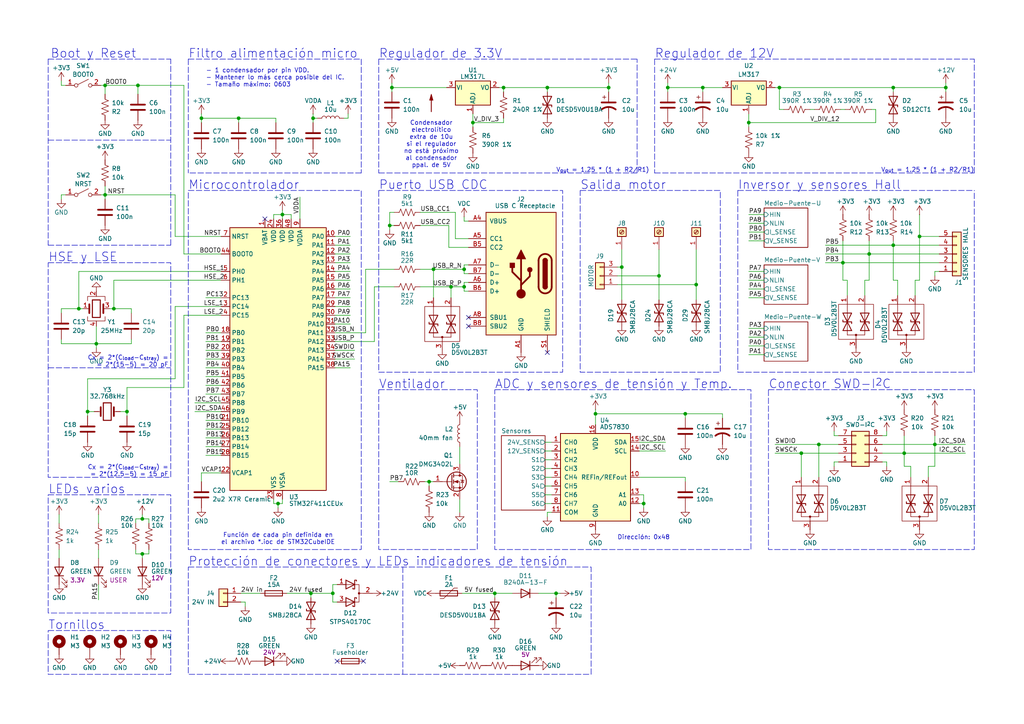
<source format=kicad_sch>
(kicad_sch (version 20250114) (generator "eeschema") (generator_version "9.0")
  (paper "A4")
  (title_block (title "RTSpeed") (date "2025-05-18") (rev "v1.0") (company "Adrián Teixeira de Uña") (comment 1 "https://github.com/AdriTeixeHax"))
  (rectangle (start 109.855 113.03) (end 138.43 159.385) (stroke (width 0) (type dash)))
  (rectangle (start 54.61 164.465) (end 171.45 195.58) (stroke (width 0) (type dash)))
  (rectangle (start 222.885 113.03) (end 282.575 159.385) (stroke (width 0) (type dash)))
  (rectangle (start 54.61 55.245) (end 104.775 159.385) (stroke (width 0) (type dash)))
  (rectangle (start 109.855 55.245) (end 163.195 107.95) (stroke (width 0) (type dash)))
  (rectangle (start 143.51 113.03) (end 217.805 159.385) (stroke (width 0) (type dash)))
  (rectangle (start 168.275 55.245) (end 208.915 107.95) (stroke (width 0) (type dash)))
  (rectangle (start 13.97 182.88) (end 49.53 195.58) (stroke (width 0) (type dash)))
  (rectangle (start 13.97 76.2) (end 49.53 138.43) (stroke (width 0) (type dash)))
  (rectangle (start 13.97 143.51) (end 49.53 177.8) (stroke (width 0) (type dash)))
  (text "Ventilador" (at 109.855 113.03 0) (effects (font (size 2.54 2.54)) (justify left bottom)))
  (text "V_{out} = 1.25 * (1 + R2/R1)" (at 161.29 50.165 0) (effects (font (size 1.27 1.27)) (justify left bottom)))
  (text "Boot y Reset\n" (at 14.605 17.145 0) (effects (font (size 2.54 2.54)) (justify left bottom)))
  (text "LEDs varios" (at 13.97 143.51 0) (effects (font (size 2.54 2.54)) (justify left bottom)))
  (text "Regulador de 3.3V" (at 109.855 17.145 0) (effects (font (size 2.54 2.54)) (justify left bottom)))
  (text "Microcontrolador" (at 54.61 55.245 0) (effects (font (size 2.54 2.54)) (justify left bottom)))
  (text "Salida motor" (at 168.275 55.245 0) (effects (font (size 2.54 2.54)) (justify left bottom)))
  (text "Filtro alimentación micro" (at 54.61 17.145 0) (effects (font (size 2.54 2.54)) (justify left bottom)))
  (text "Protección de conectores y LEDs indicadores de tensión" (at 54.61 164.465 0) (effects (font (size 2.54 2.54)) (justify left bottom)))
  (text "C_{X} = 2*(C_{load}-C_{stray}) =\n= 2*(12.5-5) = 15 pF" (at 48.895 138.43 0) (effects (font (size 1.27 1.27)) (justify right bottom)))
  (text "- 1 condensador por pin VDD.\n- Mantener lo más cerca posible del IC.\n- Tamaño máximo: 0603" (at 59.69 25.4 0) (effects (font (size 1.27 1.27)) (justify left bottom)))
  (text "Inversor y sensores Hall" (at 213.995 55.245 0) (effects (font (size 2.54 2.54)) (justify left bottom)))
  (text "Dirección: 0x48" (at 186.69 156.718 0) (effects (font (size 1.27 1.27)) (justify bottom)))
  (text "V_{out} = 1.25 * (1 + R2/R1)" (at 282.575 50.165 0) (effects (font (size 1.27 1.27)) (justify right bottom)))
  (text "Puerto USB CDC\n" (at 109.855 55.245 0) (effects (font (size 2.54 2.54)) (justify left bottom)))
  (text "ADC y sensores de tensión y Temp." (at 143.51 113.03 0) (effects (font (size 2.54 2.54)) (justify left bottom)))
  (text "Regulador de 12V" (at 189.865 17.145 0) (effects (font (size 2.54 2.54)) (justify left bottom)))
  (text "C_{X} = 2*(C_{load}-C_{stray}) =\n= 2*(15-5) = 20 pF" (at 48.895 106.68 0) (effects (font (size 1.27 1.27)) (justify right bottom)))
  (text "HSE y LSE" (at 13.97 76.2 0) (effects (font (size 2.54 2.54)) (justify left bottom)))
  (text "Función de cada pin definida en\nel archivo *.ioc de STM32CubeIDE" (at 80.645 158.115 0) (effects (font (size 1.27 1.27)) (justify bottom)))
  (text "Tornillos" (at 13.97 182.88 0) (effects (font (size 2.54 2.54)) (justify left bottom)))
  (text "Conector SWD-I^{2}C" (at 222.885 113.03 0) (effects (font (size 2.54 2.54)) (justify left bottom)))
  (text "Condensador\nelectrolítico\nextra de 10u\nsi el regulador\nno está próximo\nal condensador\nppal. de 5V" (at 125.095 41.91 0) (effects (font (size 1.27 1.27))))
  (junction (at 125.73 78.105))
  (junction (at 203.835 25.4))
  (junction (at 146.05 25.4))
  (junction (at 271.145 128.905))
  (junction (at 158.75 25.4))
  (junction (at 143.51 172.085))
  (junction (at 113.665 25.4))
  (junction (at 134.62 83.185))
  (junction (at 30.48 24.765))
  (junction (at 172.72 120.015))
  (junction (at 25.4 119.38))
  (junction (at 201.93 82.55))
  (junction (at 176.53 25.4))
  (junction (at 244.475 76.2))
  (junction (at 90.805 34.29))
  (junction (at 30.48 56.515))
  (junction (at 252.095 73.66))
  (junction (at 237.49 128.905))
  (junction (at 259.08 71.12))
  (junction (at 69.215 34.29))
  (junction (at 22.86 89.535))
  (junction (at 180.34 77.47))
  (junction (at 266.7 68.58))
  (junction (at 217.17 35.56))
  (junction (at 134.62 78.105))
  (junction (at 113.03 65.405))
  (junction (at 41.275 150.495))
  (junction (at 259.08 25.4))
  (junction (at 33.02 89.535))
  (junction (at 262.255 131.445))
  (junction (at 161.29 172.085))
  (junction (at 191.135 80.01))
  (junction (at 186.69 146.05))
  (junction (at 124.46 139.7))
  (junction (at 198.755 120.015))
  (junction (at 96.52 172.085))
  (junction (at 81.915 62.23))
  (junction (at 137.16 35.56))
  (junction (at 36.83 119.38))
  (junction (at 41.275 160.655))
  (junction (at 193.675 25.4))
  (junction (at 130.81 83.185))
  (junction (at 58.42 34.29))
  (junction (at 232.41 131.445))
  (junction (at 80.645 146.05))
  (junction (at 226.06 25.4))
  (junction (at 40.005 24.765))
  (junction (at 274.32 25.4))
  (junction (at 90.17 172.085))
  (junction (at 27.94 99.695))
  (no_connect (at 76.835 63.5))
  (no_connect (at 158.75 102.235))
  (no_connect (at 105.41 191.77))
  (no_connect (at 97.79 191.77))
  (no_connect (at 135.89 92.075))
  (no_connect (at 135.89 94.615))
  (wire (pts (xy 30.48 56.515) (xy 50.8 56.515)))
  (wire (pts (xy 158.115 146.05) (xy 160.02 146.05)))
  (wire (pts (xy 59.69 109.22) (xy 64.135 109.22)))
  (wire (pts (xy 17.78 99.695) (xy 27.94 99.695)))
  (wire (pts (xy 33.02 81.28) (xy 64.135 81.28)))
  (wire (pts (xy 79.375 62.23) (xy 79.375 63.5)))
  (wire (pts (xy 179.07 80.01) (xy 191.135 80.01)))
  (wire (pts (xy 158.115 143.51) (xy 160.02 143.51)))
  (polyline (pts (xy 189.865 17.145) (xy 189.865 50.165)) (stroke (width 0) (type dash)))
  (wire (pts (xy 25.4 109.855) (xy 25.4 119.38)))
  (wire (pts (xy 254 31.75) (xy 254 35.56)))
  (wire (pts (xy 101.6 76.2) (xy 97.155 76.2)))
  (wire (pts (xy 58.42 137.16) (xy 58.42 139.7)))
  (wire (pts (xy 53.34 24.765) (xy 53.34 73.66)))
  (wire (pts (xy 244.475 76.2) (xy 272.415 76.2)))
  (wire (pts (xy 121.92 61.595) (xy 132.08 61.595)))
  (wire (pts (xy 33.02 89.535) (xy 38.1 89.535)))
  (polyline (pts (xy 104.775 50.165) (xy 54.61 50.165)) (stroke (width 0) (type dash)))
  (wire (pts (xy 108.585 83.185) (xy 114.3 83.185)))
  (wire (pts (xy 271.145 135.255) (xy 269.24 135.255)))
  (wire (pts (xy 43.18 160.655) (xy 41.275 160.655)))
  (wire (pts (xy 100.965 34.29) (xy 99.695 34.29)))
  (wire (pts (xy 17.78 89.535) (xy 17.78 90.805)))
  (wire (pts (xy 158.115 138.43) (xy 160.02 138.43)))
  (wire (pts (xy 71.12 174.625) (xy 71.12 175.895)))
  (wire (pts (xy 156.21 172.085) (xy 161.29 172.085)))
  (wire (pts (xy 265.43 81.28) (xy 266.7 81.28)))
  (wire (pts (xy 30.48 24.765) (xy 40.005 24.765)))
  (wire (pts (xy 41.275 160.655) (xy 39.37 160.655)))
  (wire (pts (xy 96.52 169.545) (xy 96.52 172.085)))
  (wire (pts (xy 185.42 128.27) (xy 193.04 128.27)))
  (wire (pts (xy 262.255 135.255) (xy 264.16 135.255)))
  (wire (pts (xy 259.08 71.12) (xy 272.415 71.12)))
  (wire (pts (xy 53.34 73.66) (xy 64.135 73.66)))
  (wire (pts (xy 224.79 131.445) (xy 232.41 131.445)))
  (wire (pts (xy 217.17 83.82) (xy 221.615 83.82)))
  (wire (pts (xy 144.78 25.4) (xy 146.05 25.4)))
  (wire (pts (xy 124.46 139.7) (xy 124.46 140.97)))
  (wire (pts (xy 259.08 69.85) (xy 259.08 71.12)))
  (polyline (pts (xy 13.97 17.145) (xy 13.97 71.12)) (stroke (width 0) (type dash)))
  (wire (pts (xy 257.175 126.365) (xy 255.905 126.365)))
  (wire (pts (xy 176.53 24.13) (xy 176.53 25.4)))
  (polyline (pts (xy 213.995 107.95) (xy 282.575 107.95)) (stroke (width 0) (type dash)))
  (wire (pts (xy 271.145 128.905) (xy 271.145 126.365)))
  (wire (pts (xy 17.78 89.535) (xy 22.86 89.535)))
  (wire (pts (xy 185.42 146.05) (xy 186.69 146.05)))
  (wire (pts (xy 134.62 81.915) (xy 134.62 83.185)))
  (wire (pts (xy 186.69 146.05) (xy 186.69 147.32)))
  (polyline (pts (xy 13.97 71.12) (xy 49.53 71.12)) (stroke (width 0) (type dash)))
  (wire (pts (xy 30.48 56.515) (xy 30.48 57.785)))
  (wire (pts (xy 28.575 161.925) (xy 28.575 159.385)))
  (wire (pts (xy 260.35 81.28) (xy 260.35 85.725)))
  (wire (pts (xy 97.155 68.58) (xy 101.6 68.58)))
  (wire (pts (xy 217.17 64.77) (xy 221.615 64.77)))
  (polyline (pts (xy 109.855 17.145) (xy 184.785 17.145)) (stroke (width 0) (type dash)))
  (wire (pts (xy 130.175 65.405) (xy 130.175 71.755)))
  (wire (pts (xy 193.675 24.13) (xy 193.675 25.4)))
  (wire (pts (xy 132.08 61.595) (xy 132.08 69.215)))
  (wire (pts (xy 17.145 149.225) (xy 17.145 151.765)))
  (wire (pts (xy 30.48 53.975) (xy 30.48 56.515)))
  (wire (pts (xy 134.62 62.865) (xy 134.62 64.135)))
  (wire (pts (xy 50.8 88.9) (xy 50.8 109.855)))
  (wire (pts (xy 198.755 121.285) (xy 198.755 120.015)))
  (wire (pts (xy 33.02 81.28) (xy 33.02 89.535)))
  (wire (pts (xy 69.85 174.625) (xy 71.12 174.625)))
  (wire (pts (xy 113.03 139.7) (xy 115.57 139.7)))
  (wire (pts (xy 25.4 119.38) (xy 27.305 119.38)))
  (wire (pts (xy 59.69 86.36) (xy 64.135 86.36)))
  (wire (pts (xy 121.92 65.405) (xy 130.175 65.405)))
  (wire (pts (xy 113.03 65.405) (xy 113.03 66.675)))
  (wire (pts (xy 239.395 76.2) (xy 244.475 76.2)))
  (wire (pts (xy 41.275 160.655) (xy 41.275 161.925)))
  (polyline (pts (xy 213.995 55.245) (xy 282.575 55.245)) (stroke (width 0) (type dash)))
  (polyline (pts (xy 282.575 107.95) (xy 282.575 55.245)) (stroke (width 0) (type dash)))
  (wire (pts (xy 90.17 173.355) (xy 90.17 172.085)))
  (wire (pts (xy 232.41 131.445) (xy 243.205 131.445)))
  (wire (pts (xy 186.69 143.51) (xy 186.69 146.05)))
  (wire (pts (xy 158.115 130.81) (xy 160.02 130.81)))
  (wire (pts (xy 83.185 172.085) (xy 90.17 172.085)))
  (wire (pts (xy 106.045 96.52) (xy 97.155 96.52)))
  (wire (pts (xy 158.115 135.89) (xy 160.02 135.89)))
  (wire (pts (xy 271.145 128.905) (xy 271.145 135.255)))
  (wire (pts (xy 193.675 26.67) (xy 193.675 25.4)))
  (wire (pts (xy 257.175 135.255) (xy 257.175 133.985)))
  (wire (pts (xy 58.42 33.02) (xy 58.42 34.29)))
  (wire (pts (xy 264.16 135.255) (xy 264.16 138.43)))
  (wire (pts (xy 39.37 150.495) (xy 39.37 151.765)))
  (wire (pts (xy 96.52 174.625) (xy 96.52 172.085)))
  (wire (pts (xy 259.08 25.4) (xy 274.32 25.4)))
  (wire (pts (xy 81.915 62.23) (xy 79.375 62.23)))
  (wire (pts (xy 185.42 130.81) (xy 193.04 130.81)))
  (wire (pts (xy 19.05 24.765) (xy 17.78 24.765)))
  (wire (pts (xy 40.005 24.765) (xy 40.005 27.305)))
  (wire (pts (xy 90.805 33.02) (xy 90.805 34.29)))
  (wire (pts (xy 198.755 138.43) (xy 198.755 139.7)))
  (wire (pts (xy 36.83 112.395) (xy 53.34 112.395)))
  (wire (pts (xy 217.17 81.28) (xy 221.615 81.28)))
  (wire (pts (xy 217.17 67.31) (xy 221.615 67.31)))
  (wire (pts (xy 39.37 160.655) (xy 39.37 159.385)))
  (wire (pts (xy 217.17 100.33) (xy 221.615 100.33)))
  (wire (pts (xy 133.985 172.085) (xy 143.51 172.085)))
  (wire (pts (xy 134.62 79.375) (xy 135.89 79.375)))
  (wire (pts (xy 59.69 99.06) (xy 64.135 99.06)))
  (wire (pts (xy 125.73 78.105) (xy 134.62 78.105)))
  (wire (pts (xy 59.69 101.6) (xy 64.135 101.6)))
  (wire (pts (xy 158.115 128.27) (xy 160.02 128.27)))
  (wire (pts (xy 250.825 81.28) (xy 250.825 85.725)))
  (wire (pts (xy 237.49 128.905) (xy 243.205 128.905)))
  (wire (pts (xy 274.32 24.13) (xy 274.32 25.4)))
  (wire (pts (xy 217.17 35.56) (xy 217.17 36.83)))
  (wire (pts (xy 172.72 120.015) (xy 172.72 123.19)))
  (wire (pts (xy 134.62 76.835) (xy 134.62 78.105)))
  (wire (pts (xy 17.145 161.925) (xy 17.145 159.385)))
  (wire (pts (xy 143.51 172.085) (xy 148.59 172.085)))
  (wire (pts (xy 28.575 149.225) (xy 28.575 151.765)))
  (wire (pts (xy 185.42 143.51) (xy 186.69 143.51)))
  (polyline (pts (xy 116.84 164.465) (xy 116.84 195.58)) (stroke (width 0) (type dash)))
  (wire (pts (xy 97.79 169.545) (xy 96.52 169.545)))
  (wire (pts (xy 262.255 135.255) (xy 262.255 131.445)))
  (wire (pts (xy 101.6 73.66) (xy 97.155 73.66)))
  (wire (pts (xy 226.06 25.4) (xy 259.08 25.4)))
  (wire (pts (xy 108.585 83.185) (xy 108.585 99.06)))
  (wire (pts (xy 101.6 86.36) (xy 97.155 86.36)))
  (wire (pts (xy 81.915 146.05) (xy 80.645 146.05)))
  (wire (pts (xy 266.7 68.58) (xy 266.7 62.23)))
  (wire (pts (xy 100.965 33.02) (xy 100.965 34.29)))
  (wire (pts (xy 59.69 129.54) (xy 64.135 129.54)))
  (wire (pts (xy 69.215 34.29) (xy 69.215 35.56)))
  (wire (pts (xy 274.32 25.4) (xy 274.32 26.67)))
  (wire (pts (xy 172.72 120.015) (xy 198.755 120.015)))
  (wire (pts (xy 252.095 69.85) (xy 252.095 73.66)))
  (wire (pts (xy 53.34 112.395) (xy 53.34 91.44)))
  (polyline (pts (xy 109.855 50.165) (xy 184.785 50.165)) (stroke (width 0) (type dash)))
  (wire (pts (xy 97.155 101.6) (xy 102.87 101.6)))
  (wire (pts (xy 245.11 31.75) (xy 243.84 31.75)))
  (wire (pts (xy 33.02 89.535) (xy 31.75 89.535)))
  (wire (pts (xy 217.17 62.23) (xy 221.615 62.23)))
  (wire (pts (xy 226.06 31.75) (xy 226.06 25.4)))
  (wire (pts (xy 241.935 125.095) (xy 241.935 126.365)))
  (wire (pts (xy 86.995 57.15) (xy 86.995 63.5)))
  (wire (pts (xy 79.375 146.05) (xy 79.375 144.78)))
  (wire (pts (xy 43.18 159.385) (xy 43.18 160.655)))
  (wire (pts (xy 137.16 35.56) (xy 146.05 35.56)))
  (wire (pts (xy 123.19 139.7) (xy 124.46 139.7)))
  (wire (pts (xy 130.175 71.755) (xy 135.89 71.755)))
  (wire (pts (xy 201.93 72.39) (xy 201.93 82.55)))
  (wire (pts (xy 101.6 71.12) (xy 97.155 71.12)))
  (polyline (pts (xy 49.53 71.12) (xy 49.53 17.145)) (stroke (width 0) (type dash)))
  (wire (pts (xy 262.255 131.445) (xy 280.035 131.445)))
  (wire (pts (xy 135.89 76.835) (xy 134.62 76.835)))
  (wire (pts (xy 113.665 26.67) (xy 113.665 25.4)))
  (wire (pts (xy 59.69 96.52) (xy 64.135 96.52)))
  (wire (pts (xy 224.79 128.905) (xy 237.49 128.905)))
  (wire (pts (xy 121.92 83.185) (xy 130.81 83.185)))
  (wire (pts (xy 135.89 81.915) (xy 134.62 81.915)))
  (wire (pts (xy 209.55 120.015) (xy 198.755 120.015)))
  (wire (pts (xy 29.21 24.765) (xy 30.48 24.765)))
  (wire (pts (xy 191.135 80.01) (xy 191.135 86.995)))
  (wire (pts (xy 217.17 86.36) (xy 221.615 86.36)))
  (wire (pts (xy 133.35 129.54) (xy 133.35 134.62)))
  (wire (pts (xy 203.835 25.4) (xy 203.835 26.67)))
  (wire (pts (xy 81.915 144.78) (xy 81.915 146.05)))
  (wire (pts (xy 241.935 133.985) (xy 243.205 133.985)))
  (wire (pts (xy 252.095 73.66) (xy 272.415 73.66)))
  (wire (pts (xy 69.85 172.085) (xy 75.565 172.085)))
  (wire (pts (xy 114.3 78.105) (xy 106.045 78.105)))
  (wire (pts (xy 201.93 82.55) (xy 201.93 86.995)))
  (wire (pts (xy 97.155 106.68) (xy 101.6 106.68)))
  (polyline (pts (xy 213.995 55.245) (xy 213.995 107.95)) (stroke (width 0) (type dash)))
  (wire (pts (xy 217.17 78.74) (xy 221.615 78.74)))
  (wire (pts (xy 113.665 24.13) (xy 113.665 25.4)))
  (wire (pts (xy 191.135 72.39) (xy 191.135 80.01)))
  (wire (pts (xy 217.17 95.25) (xy 221.615 95.25)))
  (polyline (pts (xy 189.865 50.165) (xy 282.575 50.165)) (stroke (width 0) (type dash)))
  (polyline (pts (xy 13.97 17.145) (xy 49.53 17.145)) (stroke (width 0) (type dash)))
  (wire (pts (xy 59.69 132.08) (xy 64.135 132.08)))
  (wire (pts (xy 59.69 127) (xy 64.135 127)))
  (wire (pts (xy 81.915 62.23) (xy 81.915 63.5)))
  (wire (pts (xy 262.255 131.445) (xy 262.255 126.365)))
  (wire (pts (xy 217.17 97.79) (xy 221.615 97.79)))
  (wire (pts (xy 80.01 34.29) (xy 80.01 35.56)))
  (polyline (pts (xy 189.865 17.145) (xy 282.575 17.145)) (stroke (width 0) (type dash)))
  (wire (pts (xy 59.69 106.68) (xy 64.135 106.68)))
  (wire (pts (xy 130.81 83.185) (xy 130.81 86.36)))
  (polyline (pts (xy 13.97 106.68) (xy 49.53 106.68)) (stroke (width 0) (type dash)))
  (wire (pts (xy 101.6 93.98) (xy 97.155 93.98)))
  (wire (pts (xy 130.81 83.185) (xy 134.62 83.185)))
  (wire (pts (xy 41.275 150.495) (xy 39.37 150.495)))
  (wire (pts (xy 113.665 25.4) (xy 129.54 25.4)))
  (wire (pts (xy 250.825 81.28) (xy 252.095 81.28)))
  (wire (pts (xy 34.925 119.38) (xy 36.83 119.38)))
  (wire (pts (xy 90.17 172.085) (xy 96.52 172.085)))
  (wire (pts (xy 19.05 56.515) (xy 17.78 56.515)))
  (wire (pts (xy 17.78 99.695) (xy 17.78 98.425)))
  (wire (pts (xy 106.045 78.105) (xy 106.045 96.52)))
  (wire (pts (xy 101.6 83.82) (xy 97.155 83.82)))
  (wire (pts (xy 97.79 174.625) (xy 96.52 174.625)))
  (wire (pts (xy 271.145 78.74) (xy 271.145 80.01)))
  (wire (pts (xy 80.645 147.32) (xy 80.645 146.05)))
  (wire (pts (xy 50.8 68.58) (xy 64.135 68.58)))
  (polyline (pts (xy 282.575 50.165) (xy 282.575 17.145)) (stroke (width 0) (type dash)))
  (wire (pts (xy 158.115 140.97) (xy 160.02 140.97)))
  (wire (pts (xy 245.745 81.28) (xy 244.475 81.28)))
  (wire (pts (xy 28.575 173.99) (xy 28.575 169.545)))
  (wire (pts (xy 259.08 81.28) (xy 260.35 81.28)))
  (wire (pts (xy 269.24 135.255) (xy 269.24 138.43)))
  (wire (pts (xy 56.515 116.84) (xy 64.135 116.84)))
  (wire (pts (xy 69.215 34.29) (xy 58.42 34.29)))
  (wire (pts (xy 259.08 71.12) (xy 259.08 81.28)))
  (wire (pts (xy 97.155 104.14) (xy 102.87 104.14)))
  (wire (pts (xy 245.745 81.28) (xy 245.745 85.725)))
  (wire (pts (xy 90.805 34.29) (xy 92.075 34.29)))
  (wire (pts (xy 40.005 24.765) (xy 53.34 24.765)))
  (wire (pts (xy 172.72 118.745) (xy 172.72 120.015)))
  (wire (pts (xy 137.16 35.56) (xy 137.16 36.83)))
  (wire (pts (xy 113.03 61.595) (xy 113.03 65.405)))
  (wire (pts (xy 50.8 68.58) (xy 50.8 56.515)))
  (wire (pts (xy 101.6 91.44) (xy 97.155 91.44)))
  (wire (pts (xy 22.86 78.74) (xy 64.135 78.74)))
  (wire (pts (xy 244.475 76.2) (xy 244.475 81.28)))
  (wire (pts (xy 176.53 26.67) (xy 176.53 25.4)))
  (wire (pts (xy 81.915 60.96) (xy 81.915 62.23)))
  (wire (pts (xy 266.7 68.58) (xy 272.415 68.58)))
  (wire (pts (xy 179.07 77.47) (xy 180.34 77.47)))
  (wire (pts (xy 22.86 78.74) (xy 22.86 89.535)))
  (wire (pts (xy 158.75 25.4) (xy 146.05 25.4)))
  (wire (pts (xy 137.16 35.56) (xy 137.16 33.02)))
  (wire (pts (xy 121.92 78.105) (xy 125.73 78.105)))
  (wire (pts (xy 38.1 99.695) (xy 27.94 99.695)))
  (wire (pts (xy 17.78 24.765) (xy 17.78 23.495)))
  (wire (pts (xy 59.69 111.76) (xy 64.135 111.76)))
  (wire (pts (xy 134.62 84.455) (xy 135.89 84.455)))
  (wire (pts (xy 50.8 88.9) (xy 64.135 88.9)))
  (wire (pts (xy 146.05 25.4) (xy 146.05 26.67)))
  (wire (pts (xy 179.07 82.55) (xy 201.93 82.55)))
  (wire (pts (xy 90.805 35.56) (xy 90.805 34.29)))
  (wire (pts (xy 255.905 131.445) (xy 262.255 131.445)))
  (wire (pts (xy 53.34 91.44) (xy 64.135 91.44)))
  (wire (pts (xy 209.55 25.4) (xy 203.835 25.4)))
  (wire (pts (xy 101.6 81.28) (xy 97.155 81.28)))
  (wire (pts (xy 38.1 99.695) (xy 38.1 98.425)))
  (wire (pts (xy 224.79 25.4) (xy 226.06 25.4)))
  (wire (pts (xy 271.145 128.905) (xy 280.035 128.905)))
  (wire (pts (xy 17.78 56.515) (xy 17.78 57.785)))
  (wire (pts (xy 239.395 71.12) (xy 259.08 71.12)))
  (wire (pts (xy 259.08 26.67) (xy 259.08 25.4)))
  (wire (pts (xy 22.86 89.535) (xy 24.13 89.535)))
  (wire (pts (xy 217.17 35.56) (xy 254 35.56)))
  (wire (pts (xy 43.18 150.495) (xy 41.275 150.495)))
  (wire (pts (xy 232.41 131.445) (xy 232.41 138.43)))
  (wire (pts (xy 217.17 35.56) (xy 217.17 33.02)))
  (wire (pts (xy 252.095 73.66) (xy 252.095 81.28)))
  (wire (pts (xy 180.34 72.39) (xy 180.34 77.47)))
  (wire (pts (xy 25.4 119.38) (xy 25.4 120.65)))
  (wire (pts (xy 158.75 148.59) (xy 158.75 149.86)))
  (wire (pts (xy 132.08 69.215) (xy 135.89 69.215)))
  (wire (pts (xy 134.62 78.105) (xy 134.62 79.375)))
  (wire (pts (xy 244.475 69.85) (xy 244.475 76.2)))
  (polyline (pts (xy 54.61 17.145) (xy 104.775 17.145)) (stroke (width 0) (type dash)))
  (wire (pts (xy 158.75 25.4) (xy 176.53 25.4)))
  (wire (pts (xy 239.395 73.66) (xy 252.095 73.66)))
  (wire (pts (xy 160.02 148.59) (xy 158.75 148.59)))
  (wire (pts (xy 217.17 69.85) (xy 221.615 69.85)))
  (wire (pts (xy 241.935 126.365) (xy 243.205 126.365)))
  (polyline (pts (xy 13.97 40.64) (xy 49.53 40.64)) (stroke (width 0) (type dash)))
  (wire (pts (xy 193.675 25.4) (xy 203.835 25.4)))
  (wire (pts (xy 64.135 137.16) (xy 58.42 137.16)))
  (wire (pts (xy 162.56 172.085) (xy 161.29 172.085)))
  (wire (pts (xy 124.46 139.7) (xy 125.73 139.7)))
  (wire (pts (xy 29.21 56.515) (xy 30.48 56.515)))
  (wire (pts (xy 38.1 89.535) (xy 38.1 90.805)))
  (wire (pts (xy 41.275 149.225) (xy 41.275 150.495)))
  (wire (pts (xy 50.8 109.855) (xy 25.4 109.855)))
  (wire (pts (xy 254 31.75) (xy 252.73 31.75)))
  (polyline (pts (xy 109.855 17.145) (xy 109.855 50.165)) (stroke (width 0) (type dash)))
  (wire (pts (xy 58.42 34.29) (xy 58.42 35.56)))
  (wire (pts (xy 217.17 102.87) (xy 221.615 102.87)))
  (wire (pts (xy 134.62 64.135) (xy 135.89 64.135)))
  (wire (pts (xy 59.69 104.14) (xy 64.135 104.14)))
  (wire (pts (xy 265.43 81.28) (xy 265.43 85.725)))
  (wire (pts (xy 271.145 78.74) (xy 272.415 78.74)))
  (wire (pts (xy 84.455 62.23) (xy 81.915 62.23)))
  (wire (pts (xy 180.34 77.47) (xy 180.34 86.995)))
  (wire (pts (xy 80.645 146.05) (xy 79.375 146.05)))
  (wire (pts (xy 185.42 138.43) (xy 198.755 138.43)))
  (wire (pts (xy 161.29 172.085) (xy 161.29 173.355)))
  (wire (pts (xy 266.7 81.28) (xy 266.7 68.58)))
  (wire (pts (xy 36.83 112.395) (xy 36.83 119.38)))
  (wire (pts (xy 113.03 65.405) (xy 114.3 65.405)))
  (polyline (pts (xy 54.61 17.145) (xy 54.61 50.165)) (stroke (width 0) (type dash)))
  (wire (pts (xy 237.49 128.905) (xy 237.49 138.43)))
  (wire (pts (xy 43.18 151.765) (xy 43.18 150.495)))
  (wire (pts (xy 143.51 173.355) (xy 143.51 172.085)))
  (wire (pts (xy 59.69 121.92) (xy 64.135 121.92)))
  (polyline (pts (xy 104.775 17.145) (xy 104.775 50.165)) (stroke (width 0) (type dash)))
  (wire (pts (xy 30.48 27.305) (xy 30.48 24.765)))
  (wire (pts (xy 226.06 31.75) (xy 227.33 31.75)))
  (wire (pts (xy 36.83 119.38) (xy 36.83 120.65)))
  (wire (pts (xy 146.05 34.29) (xy 146.05 35.56)))
  (wire (pts (xy 158.115 133.35) (xy 160.02 133.35)))
  (wire (pts (xy 255.905 128.905) (xy 271.145 128.905)))
  (wire (pts (xy 113.03 61.595) (xy 114.3 61.595)))
  (wire (pts (xy 80.01 34.29) (xy 69.215 34.29)))
  (wire (pts (xy 209.55 121.285) (xy 209.55 120.015)))
  (wire (pts (xy 133.35 148.59) (xy 133.35 144.78)))
  (wire (pts (xy 101.6 88.9) (xy 97.155 88.9)))
  (polyline (pts (xy 184.785 50.165) (xy 184.785 17.145)) (stroke (width 0) (type dash)))
  (wire (pts (xy 27.94 94.615) (xy 27.94 99.695)))
  (wire (pts (xy 257.175 133.985) (xy 255.905 133.985)))
  (wire (pts (xy 158.75 26.67) (xy 158.75 25.4)))
  (wire (pts (xy 125.73 78.105) (xy 125.73 86.36)))
  (wire (pts (xy 257.175 126.365) (xy 257.175 125.095)))
  (wire (pts (xy 59.69 114.3) (xy 64.135 114.3)))
  (wire (pts (xy 27.94 99.695) (xy 27.94 100.965)))
  (wire (pts (xy 134.62 83.185) (xy 134.62 84.455)))
  (wire (pts (xy 56.515 119.38) (xy 64.135 119.38)))
  (wire (pts (xy 59.69 124.46) (xy 64.135 124.46)))
  (wire (pts (xy 101.6 78.74) (xy 97.155 78.74)))
  (wire (pts (xy 108.585 99.06) (xy 97.155 99.06)))
  (wire (pts (xy 236.22 31.75) (xy 234.95 31.75)))
  (wire (pts (xy 241.935 133.985) (xy 241.935 135.255)))
  (wire (pts (xy 84.455 62.23) (xy 84.455 63.5)))
  (label "PA0" (at 101.6 68.58 180))
  (label "VDDA" (at 86.995 57.15 270))
  (label "PA9" (at 217.17 62.23 0))
  (label "V_DIV_12" (at 234.95 35.56 0))
  (label "PB12" (at 59.69 124.46 0))
  (label "SWSCK" (at 102.87 104.14 180))
  (label "PA8" (at 101.6 88.9 180))
  (label "PB5" (at 239.395 71.12 0))
  (label "BOOT0" (at 64.135 73.66 180))
  (label "PA4" (at 217.17 83.82 0))
  (label "PB1" (at 217.17 69.85 0))
  (label "PA5" (at 217.17 86.36 0))
  (label "I2C_SDA" (at 56.515 119.38 0))
  (label "NRST" (at 36.195 56.515 180))
  (label "I2C_SCL" (at 193.04 130.81 180))
  (label "PB0" (at 59.69 96.52 0))
  (label "PA6" (at 217.17 81.28 0))
  (label "SWSCK" (at 224.79 131.445 0))
  (label "I2C_SCL" (at 56.515 116.84 0))
  (label "SWDIO" (at 102.87 101.6 180))
  (label "PA1" (at 101.6 71.12 180))
  (label "24V fused" (at 83.82 172.085 0))
  (label "PA15" (at 101.6 106.68 180))
  (label "I2C_SDA" (at 280.035 128.905 180))
  (label "I2C_SDA" (at 193.04 128.27 180))
  (label "PA3" (at 101.6 76.2 180))
  (label "PA0" (at 217.17 100.33 0))
  (label "PA2" (at 101.6 73.66 180))
  (label "PA7" (at 217.17 78.74 0))
  (label "PA4" (at 101.6 78.74 180))
  (label "PB1" (at 59.69 99.06 0))
  (label "HSE_2" (at 59.055 81.28 0))
  (label "PA8" (at 217.17 64.77 0))
  (label "HSE_1" (at 59.055 78.74 0))
  (label "PB5" (at 59.69 109.22 0))
  (label "PB3" (at 239.395 76.2 0))
  (label "PB7" (at 113.03 139.7 0))
  (label "USB_P" (at 102.87 99.06 180))
  (label "USB_R_P" (at 133.985 83.185 180))
  (label "PA1" (at 217.17 102.87 0))
  (label "PB2" (at 59.69 101.6 0))
  (label "I2C_SCL" (at 280.035 131.445 180))
  (label "PA6" (at 101.6 83.82 180))
  (label "PB14" (at 59.69 129.54 0))
  (label "PA3" (at 217.17 95.25 0))
  (label "PB4" (at 59.69 106.68 0))
  (label "5V fused" (at 134.62 172.085 0))
  (label "PB4" (at 239.395 73.66 0))
  (label "PA15" (at 28.575 173.99 90))
  (label "PB10" (at 59.69 121.92 0))
  (label "USB_N" (at 102.87 96.52 180))
  (label "PB15" (at 59.69 132.08 0))
  (label "PB3" (at 59.69 104.14 0))
  (label "V_DIV_3" (at 144.78 35.56 180))
  (label "VCAP1" (at 58.42 137.16 0))
  (label "PC13" (at 59.69 86.36 0))
  (label "LSE_1" (at 59.055 88.9 0))
  (label "USB_CC2" (at 121.92 65.405 0))
  (label "PA5" (at 101.6 81.28 180))
  (label "24V in" (at 69.85 172.085 0))
  (label "USB_R_N" (at 133.985 78.105 180))
  (label "LSE_2" (at 59.055 91.44 0))
  (label "PA10" (at 101.6 93.98 180))
  (label "BOOT0" (at 36.83 24.765 180))
  (label "PB13" (at 59.69 127 0))
  (label "PA7" (at 101.6 86.36 180))
  (label "PB6" (at 59.69 111.76 0))
  (label "PB0" (at 217.17 67.31 0))
  (label "NRST" (at 64.135 68.58 180))
  (label "PA2" (at 217.17 97.79 0))
  (label "USB_CC1" (at 121.92 61.595 0))
  (label "PB7" (at 59.69 114.3 0))
  (label "PA9" (at 101.6 91.44 180))
  (label "SWDIO" (at 224.79 128.905 0))
  (symbol (lib_id "Device:R_US") (at 146.05 30.48 0) (unit 1)
    (property "Reference" "R1" (at 148.59 29.2099 0) (effects (justify left)))
    (property "Value" "240R 1%" (at 148.59 31.7499 0) (effects (justify left)))
    (property "Footprint" "Resistor_SMD:R_0603_1608Metric" (effects (hide yes)))
    (property "Datasheet" "https://www.lcsc.com/datasheet/lcsc_datasheet_2411220041_FH--Guangdong-Fenghua-Advanced-Tech-RS-03K2400FT_C286579.pdf" (effects (hide yes)))
    (property "LCSC part" " C286579" (effects (hide yes)))
  )
  (symbol (lib_id "power:GND") (at 17.145 189.865 0) (unit 1)
    (property "Reference" "#PWR080" (effects (hide yes)))
    (property "Value" "GND" (at 17.145 193.675 0))
  )
  (symbol (lib_id "Device:D_TVS") (at 158.75 30.48 90) (unit 1)
    (property "Reference" "D1" (at 161.29 29.21 90) (effects (justify right)))
    (property "Value" "DESD5V0U1BA" (at 161.29 31.75 90) (effects (justify right)))
    (property "Footprint" "Diode_SMD:D_SOD-323_HandSoldering" (effects (hide yes)))
    (property "Datasheet" "https://www.diodes.com/assets/Datasheets/DESD5V0U1BA.pdf" (effects (hide yes)))
    (property "Description" "Bidirectional transient-voltage-suppression diode" (effects (hide yes)))
    (property "LCSC part" "C460442" (effects (hide yes)))
  )
  (symbol (lib_id "power:GND") (at 128.27 101.6 0) (unit 1)
    (property "Reference" "#PWR045" (effects (hide yes)))
    (property "Value" "GND" (at 128.27 105.41 0))
  )
  (symbol (lib_id "power:GND") (at 30.48 65.405 0) (mirror y) (unit 1)
    (property "Reference" "#PWR033" (effects (hide yes)))
    (property "Value" "GND" (at 30.48 69.215 0))
  )
  (symbol (lib_id "power:GND") (at 80.645 147.32 0) (unit 1)
    (property "Reference" "#PWR060" (effects (hide yes)))
    (property "Value" "GND" (at 80.645 151.13 0))
  )
  (symbol (lib_id "power:VDC") (at 126.365 172.085 90) (unit 1)
    (property "Reference" "#PWR073" (effects (hide yes)))
    (property "Value" "VDC" (at 121.92 172.085 90))
    (property "Description" "Power symbol creates a global label with name \"VDC\"" (effects (hide yes)))
  )
  (symbol (lib_id "Device:R_US") (at 137.16 40.64 0) (unit 1)
    (property "Reference" "R6" (at 139.7 39.3699 0) (effects (justify left)))
    (property "Value" "390R 1%" (at 139.7 41.9099 0) (effects (justify left)))
    (property "Footprint" "Resistor_SMD:R_0603_1608Metric" (effects (hide yes)))
    (property "Datasheet" "https://www.lcsc.com/datasheet/lcsc_datasheet_2206021245_VO-SCR0603F390R_C3016257.pdf" (effects (hide yes)))
    (property "LCSC part" " C3016257" (effects (hide yes)))
  )
  (symbol (lib_id "Switch:SW_SPST") (at 24.13 24.765 0) (unit 1)
    (property "Reference" "SW1" (at 24.13 19.05 0))
    (property "Value" "BOOT0" (at 24.13 21.59 0))
    (property "Footprint" "ESC-TFG-KiCad:SPDT" (effects (hide yes)))
    (property "Datasheet" "https://www.lcsc.com/datasheet/lcsc_datasheet_2410121507_XUNPU-TS-1089S-02526_C455282.pdf" (effects (hide yes)))
    (property "LCSC part" "C455282" (effects (hide yes)))
  )
  (symbol (lib_id "power:+24V") (at 107.95 172.085 270) (mirror x) (unit 1)
    (property "Reference" "#PWR075" (effects (hide yes)))
    (property "Value" "+24V" (at 113.03 172.085 90))
    (property "Description" "Power symbol creates a global label with name \"+24V\"" (effects (hide yes)))
  )
  (symbol (lib_id "Mechanical:MountingHole_Pad") (at 17.145 187.325 0) (unit 1)
    (property "Reference" "H1" (at 20.32 184.785 0) (effects (justify left)))
    (property "Value" "M3" (at 20.32 187.325 0) (effects (justify left)))
    (property "Footprint" "MountingHole:MountingHole_3.2mm_M3_Pad_Via" (effects (hide yes)))
    (property "Description" "Mounting Hole with connection" (effects (hide yes)))
  )
  (symbol (lib_id "Device:R_US") (at 28.575 155.575 0) (unit 1)
    (property "Reference" "R25" (at 30.48 154.305 0) (effects (justify left)))
    (property "Value" "1k" (at 30.48 156.845 0) (effects (justify left)))
    (property "Footprint" "Resistor_SMD:R_0603_1608Metric" (effects (hide yes)))
    (property "Datasheet" "https://www.lcsc.com/datasheet/lcsc_datasheet_2410121258_LIZ-Elec-CR0603FA1002G_C126901.pdf" (effects (hide yes)))
    (property "LCSC part" "C126901" (effects (hide yes)))
  )
  (symbol (lib_id "power:GND") (at 262.89 100.965 0) (unit 1)
    (property "Reference" "#PWR044" (effects (hide yes)))
    (property "Value" "GND" (at 262.89 104.775 0))
  )
  (symbol (lib_name "+3V3_1") (lib_id "power:+3V3") (at 172.72 118.745 0) (unit 1)
    (property "Reference" "#PWR048" (effects (hide yes)))
    (property "Value" "+3V3" (at 170.815 114.935 0) (effects (justify left)))
    (property "Description" "Power symbol creates a global label with name \"+3V3\"" (effects (hide yes)))
  )
  (symbol (lib_id "power:GND") (at 271.145 80.01 0) (unit 1)
    (property "Reference" "#PWR037" (effects (hide yes)))
    (property "Value" "GND" (at 271.145 83.82 0))
  )
  (symbol (lib_id "power:GND") (at 172.72 153.67 0) (unit 1)
    (property "Reference" "#PWR068" (effects (hide yes)))
    (property "Value" "GND" (at 172.72 157.48 0))
  )
  (symbol (lib_id "Device:D_TVS") (at 191.135 90.805 90) (unit 1)
    (property "Reference" "D24" (at 187.96 89.535 0) (effects (justify right)))
    (property "Value" "SMBJ28CA" (at 194.31 86.995 0) (effects (justify right)))
    (property "Footprint" "Diode_SMD:D_SMB" (effects (hide yes)))
    (property "Datasheet" "https://www.littelfuse.com/assetdocs/tvs-diodes-smbj-series-datasheet?assetguid=09a6ae9a-73cb-4ac4-acac-e6dab92ab953" (effects (hide yes)))
    (property "Description" "Bidirectional transient-voltage-suppression diode" (effects (hide yes)))
    (property "LCSC part" " C151259" (effects (hide yes)))
  )
  (symbol (lib_id "power:GND") (at 156.21 193.04 90) (unit 1)
    (property "Reference" "#PWR087" (effects (hide yes)))
    (property "Value" "GND" (at 160.655 193.04 90))
  )
  (symbol (lib_id "Device:LED") (at 28.575 165.735 90) (unit 1)
    (property "Reference" "D9" (at 31.75 163.195 90) (effects (justify right)))
    (property "Value" "GREEN" (at 31.75 165.735 90) (effects (justify right)))
    (property "Footprint" "LED_SMD:LED_0805_2012Metric" (effects (hide yes)))
    (property "Datasheet" "https://www.lcsc.com/datasheet/lcsc_datasheet_2504101957_XINGLIGHT-XL-2012UGC_C965815.pdf" (effects (hide yes)))
    (property "Use" "USER" (at 31.75 168.275 90) (effects (justify right)))
    (property "LCSC part" " C965815" (effects (hide yes)))
  )
  (symbol (lib_id "power:+3V3") (at 17.145 149.225 0) (unit 1)
    (property "Reference" "#PWR065" (effects (hide yes)))
    (property "Value" "+3V3" (at 17.145 145.415 0))
  )
  (symbol (lib_id "power:GND") (at 143.51 180.975 0) (mirror y) (unit 1)
    (property "Reference" "#PWR077" (effects (hide yes)))
    (property "Value" "GND" (at 143.51 184.785 0))
  )
  (symbol (lib_name "+5V_1") (lib_id "power:+5V") (at 133.35 121.92 0) (unit 1)
    (property "Reference" "#PWR051" (effects (hide yes)))
    (property "Value" "+5V" (at 133.35 118.11 0))
    (property "Description" "Power symbol creates a global label with name \"+5V\"" (effects (hide yes)))
  )
  (symbol (lib_id "power:GND") (at 90.805 43.18 0) (unit 1)
    (property "Reference" "#PWR021" (effects (hide yes)))
    (property "Value" "GND" (at 90.805 46.99 0))
  )
  (symbol (lib_id "power:GND") (at 71.12 175.895 0) (mirror y) (unit 1)
    (property "Reference" "#PWR076" (effects (hide yes)))
    (property "Value" "GND" (at 71.12 179.705 0))
  )
  (symbol (lib_id "power:GND") (at 203.835 34.29 0) (unit 1)
    (property "Reference" "#PWR013" (effects (hide yes)))
    (property "Value" "GND" (at 203.835 38.1 0))
  )
  (symbol (lib_id "Device:R_US") (at 144.78 193.04 90) (unit 1)
    (property "Reference" "R30" (at 144.78 188.595 90))
    (property "Value" "1k" (at 144.78 190.5 90))
    (property "Footprint" "Resistor_SMD:R_0603_1608Metric" (effects (hide yes)))
    (property "Datasheet" "https://www.lcsc.com/datasheet/lcsc_datasheet_2410121258_LIZ-Elec-CR0603FA1002G_C126901.pdf" (effects (hide yes)))
    (property "LCSC part" "C126901" (effects (hide yes)))
  )
  (symbol (lib_id "power:GND") (at 124.46 148.59 0) (unit 1)
    (property "Reference" "#PWR063" (effects (hide yes)))
    (property "Value" "GND" (at 124.46 152.4 0))
  )
  (symbol (lib_id "Device:R_US") (at 43.18 155.575 0) (unit 1)
    (property "Reference" "R27" (at 45.72 150.495 0))
    (property "Value" "10k" (at 45.72 152.4 0))
    (property "Footprint" "Resistor_SMD:R_0603_1608Metric" (effects (hide yes)))
    (property "Datasheet" "https://www.lcsc.com/datasheet/lcsc_datasheet_2410121258_LIZ-Elec-CR0603FA1002G_C126901.pdf" (effects (hide yes)))
    (property "LCSC part" " C126901" (effects (hide yes)))
  )
  (symbol (lib_id "Device:LED") (at 152.4 193.04 180) (unit 1)
    (property "Reference" "D16" (at 152.4 186.055 0))
    (property "Value" "GREEN" (at 152.4 187.96 0))
    (property "Footprint" "LED_SMD:LED_0805_2012Metric" (effects (hide yes)))
    (property "Datasheet" "https://www.lcsc.com/datasheet/lcsc_datasheet_2504101957_XINGLIGHT-XL-2012UGC_C965815.pdf" (effects (hide yes)))
    (property "Use" "5V" (at 152.4 189.865 0))
    (property "LCSC part" " C965815" (effects (hide yes)))
  )
  (symbol (lib_id "power:+3V3") (at 28.575 149.225 0) (unit 1)
    (property "Reference" "#PWR066" (effects (hide yes)))
    (property "Value" "+3V3" (at 28.575 145.415 0))
  )
  (symbol (lib_name "+3V3_1") (lib_id "power:+3V3") (at 266.7 62.23 0) (unit 1)
    (property "Reference" "#PWR030" (effects (hide yes)))
    (property "Value" "+3V3" (at 264.795 58.42 0) (effects (justify left)))
    (property "Description" "Power symbol creates a global label with name \"+3V3\"" (effects (hide yes)))
  )
  (symbol (lib_id "power:+3V3") (at 176.53 24.13 0) (unit 1)
    (property "Reference" "#PWR03" (effects (hide yes)))
    (property "Value" "+3V3" (at 176.53 20.32 0))
  )
  (symbol (lib_id "power:GND") (at 90.17 180.975 0) (mirror y) (unit 1)
    (property "Reference" "#PWR079" (effects (hide yes)))
    (property "Value" "GND" (at 90.17 184.785 0))
  )
  (symbol (lib_id "Device:R_US") (at 118.11 61.595 90) (unit 1)
    (property "Reference" "R9" (at 118.11 57.15 90))
    (property "Value" "5k1" (at 118.11 59.055 90))
    (property "Footprint" "Resistor_SMD:R_0603_1608Metric" (effects (hide yes)))
    (property "Datasheet" "https://www.lcsc.com/datasheet/lcsc_datasheet_2411071710_FOJAN-FRC0603J512-TS_C2907114.pdf" (effects (hide yes)))
    (property "LCSC part" " C2907114" (effects (hide yes)))
  )
  (symbol (lib_id "power:+24V") (at 66.675 191.77 90) (mirror x) (unit 1)
    (property "Reference" "#PWR084" (effects (hide yes)))
    (property "Value" "+24V" (at 61.595 191.77 90))
    (property "Description" "Power symbol creates a global label with name \"+24V\"" (effects (hide yes)))
  )
  (symbol (lib_id "power:GND") (at 58.42 147.32 0) (unit 1)
    (property "Reference" "#PWR059" (effects (hide yes)))
    (property "Value" "GND" (at 58.42 151.13 0))
  )
  (symbol (lib_id "Device:R_US") (at 124.46 144.78 180) (unit 1)
    (property "Reference" "R23" (at 126.365 143.51 0) (effects (justify right)))
    (property "Value" "10k" (at 126.365 146.05 0) (effects (justify right)))
    (property "Footprint" "Resistor_SMD:R_0603_1608Metric" (effects (hide yes)))
    (property "Datasheet" "https://www.lcsc.com/datasheet/lcsc_datasheet_2410121258_LIZ-Elec-CR0603FA1002G_C126901.pdf" (effects (hide yes)))
    (property "LCSC part" " C126901" (effects (hide yes)))
  )
  (symbol (lib_id "Device:R_US") (at 231.14 31.75 90) (unit 1)
    (property "Reference" "R3" (at 231.14 27.305 90))
    (property "Value" "390R 1%" (at 231.14 29.21 90))
    (property "Footprint" "Resistor_SMD:R_0603_1608Metric" (effects (hide yes)))
    (property "Datasheet" "https://www.lcsc.com/datasheet/lcsc_datasheet_2206021245_VO-SCR0603F390R_C3016257.pdf" (effects (hide yes)))
    (property "LCSC part" " C3016257" (effects (hide yes)))
  )
  (symbol (lib_id "TFG-Brushless-ESC:Dual-TVS") (at 123.19 93.98 90) (unit 1)
    (property "Reference" "D5" (at 130.81 100.33 90) (effects (justify right)))
    (property "Value" "D5V0L2B3T" (at 130.81 102.235 90) (effects (justify right)))
    (property "Footprint" "Package_TO_SOT_SMD:SOT-523" (effects (hide yes)))
    (property "Datasheet" "https://www.diodes.com/assets/Datasheets/D5V0L2B3T.pdf" (effects (hide yes)))
    (property "LCSC part" " C526508" (effects (hide yes)))
  )
  (symbol (lib_id "power:GND") (at 158.75 34.29 0) (unit 1)
    (property "Reference" "#PWR011" (effects (hide yes)))
    (property "Value" "GND" (at 158.75 38.1 0))
  )
  (symbol (lib_id "TFG-Brushless-ESC:Dual-TVS") (at 261.62 146.05 90) (unit 1)
    (property "Reference" "D7" (at 272.415 145.415 90) (effects (justify right)))
    (property "Value" "D5V0L2B3T" (at 272.415 147.32 90) (effects (justify right)))
    (property "Footprint" "Package_TO_SOT_SMD:SOT-523" (effects (hide yes)))
    (property "Datasheet" "https://www.diodes.com/assets/Datasheets/D5V0L2B3T.pdf" (effects (hide yes)))
    (property "LCSC part" " C526508" (effects (hide yes)))
  )
  (symbol (lib_id "Device:C") (at 90.805 39.37 0) (unit 1)
    (property "Reference" "C10" (at 93.98 38.0999 0) (effects (justify left)))
    (property "Value" "100n" (at 93.98 40.6399 0) (effects (justify left)))
    (property "Footprint" "Capacitor_SMD:C_0603_1608Metric" (effects (hide yes)))
    (property "Datasheet" "https://www.lcsc.com/datasheet/lcsc_datasheet_2208181800_FOJAN-FCC0603B104K500CT_C5137636.pdf" (effects (hide yes)))
    (property "LCSC part" " C5137636" (effects (hide yes)))
  )
  (symbol (lib_id "Device:Fuse") (at 79.375 172.085 90) (unit 1)
    (property "Reference" "F2" (at 79.375 167.64 90))
    (property "Value" "15A" (at 79.375 169.545 90))
    (property "Footprint" "TFG-Brushless-ESC:Fuseholder_Automotive" (effects (hide yes)))
    (property "Datasheet" "https://www.littelfuse.com/assetdocs/littelfuse_datasheet_297_mini32v.pdf?assetguid=42c9dd21-a88e-4328-8e67-2f832444faf1" (effects (hide yes)))
    (property "Description" "0297015.WXNV" (effects (hide yes)))
    (property "LCSC part" "C151095" (effects (hide yes)))
  )
  (symbol (lib_id "power:GND") (at 26.035 189.865 0) (unit 1)
    (property "Reference" "#PWR081" (effects (hide yes)))
    (property "Value" "GND" (at 26.035 193.675 0))
  )
  (symbol (lib_id "Device:R_US") (at 30.48 31.115 180) (unit 1)
    (property "Reference" "R2" (at 32.385 32.385 0) (effects (justify right)))
    (property "Value" "10k" (at 32.385 29.845 0) (effects (justify right)))
    (property "Footprint" "Resistor_SMD:R_0603_1608Metric" (effects (hide yes)))
    (property "Datasheet" "https://www.lcsc.com/datasheet/lcsc_datasheet_2410121258_LIZ-Elec-CR0603FA1002G_C126901.pdf" (effects (hide yes)))
    (property "LCSC part" " C126901" (effects (hide yes)))
  )
  (symbol (lib_id "power:GND") (at 17.78 57.785 0) (unit 1)
    (property "Reference" "#PWR025" (effects (hide yes)))
    (property "Value" "GND" (at 17.78 61.595 0))
  )
  (symbol (lib_id "power:GND") (at 43.815 189.865 0) (unit 1)
    (property "Reference" "#PWR083" (effects (hide yes)))
    (property "Value" "GND" (at 43.815 193.675 0))
  )
  (symbol (lib_id "power:GND") (at 257.175 135.255 0) (unit 1)
    (property "Reference" "#PWR058" (effects (hide yes)))
    (property "Value" "GND" (at 257.175 139.065 0))
  )
  (symbol (lib_id "Device:Fuse") (at 101.6 191.77 90) (unit 1) (on_board no)
    (property "Reference" "F3" (at 101.6 187.325 90))
    (property "Value" "Fuseholder" (at 101.6 189.23 90))
    (property "Datasheet" "https://www.lcsc.com/datasheet/lcsc_datasheet_2410121830_XFCN-XF-508P-B-B_C19727305.pdf" (effects (hide yes)))
    (property "Description" "Fuse" (effects (hide yes)))
    (property "LCSC part" "C19727305" (effects (hide yes)))
  )
  (symbol (lib_id "Device:R_US") (at 119.38 139.7 90) (unit 1)
    (property "Reference" "R22" (at 119.38 135.255 90))
    (property "Value" "10R" (at 119.38 137.16 90))
    (property "Footprint" "Resistor_SMD:R_0805_2012Metric" (effects (hide yes)))
    (property "Datasheet" "https://www.lcsc.com/datasheet/lcsc_datasheet_2206021200_VO-SCR0805F10R_C3016584.pdf" (effects (hide yes)))
    (property "Sim.Device" "R" (effects (hide yes)))
    (property "Sim.Pins" "1=+ 2=-" (effects (hide yes)))
    (property "LCSC part" "C3016584" (effects (hide yes)))
  )
  (symbol (lib_name "+5V_1") (lib_id "power:+5V") (at 162.56 172.085 270) (unit 1)
    (property "Reference" "#PWR074" (effects (hide yes)))
    (property "Value" "+5V" (at 167.005 172.085 90))
    (property "Description" "Power symbol creates a global label with name \"+5V\"" (effects (hide yes)))
  )
  (symbol (lib_id "Device:R_US") (at 252.095 66.04 180) (unit 1)
    (property "Reference" "R13" (at 254 67.31 0) (effects (justify right)))
    (property "Value" "10k" (at 254 64.77 0) (effects (justify right)))
    (property "Footprint" "Resistor_SMD:R_0603_1608Metric" (effects (hide yes)))
    (property "Datasheet" "https://www.lcsc.com/datasheet/lcsc_datasheet_2410121258_LIZ-Elec-CR0603FA1002G_C126901.pdf" (effects (hide yes)))
    (property "LCSC part" " C126901" (effects (hide yes)))
  )
  (symbol (lib_id "Device:R_US") (at 271.145 122.555 180) (unit 1)
    (property "Reference" "R21" (at 274.955 121.285 0))
    (property "Value" "10k" (at 274.955 123.825 0))
    (property "Footprint" "Resistor_SMD:R_0603_1608Metric" (effects (hide yes)))
    (property "Datasheet" "https://www.lcsc.com/datasheet/lcsc_datasheet_2410121258_LIZ-Elec-CR0603FA1002G_C126901.pdf" (effects (hide yes)))
    (property "LCSC part" " C126901" (effects (hide yes)))
  )
  (symbol (lib_id "power:GND") (at 198.755 128.905 0) (unit 1)
    (property "Reference" "#PWR054" (effects (hide yes)))
    (property "Value" "GND" (at 198.755 132.715 0))
  )
  (symbol (lib_id "power:GND") (at 27.94 100.965 0) (unit 1)
    (property "Reference" "#PWR040" (effects (hide yes)))
    (property "Value" "GND" (at 27.94 104.775 0))
  )
  (symbol (lib_id "Connector_Generic:Conn_01x05") (at 277.495 73.66 0) (mirror x) (unit 1)
    (property "Reference" "J1" (at 276.86 81.915 0) (effects (justify left)))
    (property "Value" "SENSORES HALL" (at 280.035 73.66 90))
    (property "Footprint" "Connector_JST:JST_PH_S5B-PH-K_1x05_P2.00mm_Horizontal" (effects (hide yes)))
    (property "Datasheet" "https://www.lcsc.com/datasheet/lcsc_datasheet_2304140030_JST-S5B-PH-K-S-LF-SN_C157923.pdf" (effects (hide yes)))
    (property "Description" "Generic connector, single row, 01x05, script generated (kicad-library-utils/schlib/autogen/connector/)" (effects (hide yes)))
    (property "LCSC part" "C157923" (effects (hide yes)))
  )
  (symbol (lib_id "Device:D_TVS") (at 180.34 90.805 90) (unit 1)
    (property "Reference" "D19" (at 177.165 89.535 0) (effects (justify right)))
    (property "Value" "SMBJ28CA" (at 183.515 86.995 0) (effects (justify right)))
    (property "Footprint" "Diode_SMD:D_SMB" (effects (hide yes)))
    (property "Datasheet" "https://www.littelfuse.com/assetdocs/tvs-diodes-smbj-series-datasheet?assetguid=09a6ae9a-73cb-4ac4-acac-e6dab92ab953" (effects (hide yes)))
    (property "Description" "Bidirectional transient-voltage-suppression diode" (effects (hide yes)))
    (property "LCSC part" " C151259" (effects (hide yes)))
  )
  (symbol (lib_id "TFG-Brushless-ESC:Dual-TVS") (at 243.205 93.345 90) (unit 1)
    (property "Reference" "D3" (at 240.03 94.615 0) (effects (justify left)))
    (property "Value" "D5V0L2B3T" (at 241.935 97.79 0) (effects (justify left)))
    (property "Footprint" "Package_TO_SOT_SMD:SOT-523" (effects (hide yes)))
    (property "Datasheet" "https://www.diodes.com/assets/Datasheets/D5V0L2B3T.pdf" (effects (hide yes)))
    (property "LCSC part" " C526508" (effects (hide yes)))
  )
  (symbol (lib_id "Device:R_US") (at 137.16 193.04 90) (unit 1)
    (property "Reference" "R29" (at 137.16 188.595 90))
    (property "Value" "1k" (at 137.16 190.5 90))
    (property "Footprint" "Resistor_SMD:R_0603_1608Metric" (effects (hide yes)))
    (property "Datasheet" "https://www.lcsc.com/datasheet/lcsc_datasheet_2410121258_LIZ-Elec-CR0603FA1002G_C126901.pdf" (effects (hide yes)))
    (property "LCSC part" "C126901" (effects (hide yes)))
  )
  (symbol (lib_id "Device:C_Polarized_US") (at 161.29 177.165 0) (unit 1)
    (property "Reference" "C22" (at 165.1 175.895 0) (effects (justify left)))
    (property "Value" "10u" (at 165.1 178.435 0) (effects (justify left)))
    (property "Footprint" "Capacitor_SMD:CP_Elec_4x5.4" (effects (hide yes)))
    (property "Datasheet" "https://www.lcsc.com/datasheet/lcsc_datasheet_2410121458_ROQANG-RVT1E100M0405_C72484.pdf" (effects (hide yes)))
    (property "LCSC Part" " C72485" (effects (hide yes)))
    (property "LCSC part" "C72484" (effects (hide yes)))
  )
  (symbol (lib_id "Connector_Generic:Conn_01x03") (at 173.99 80.01 180) (unit 1)
    (property "Reference" "J9" (at 173.99 74.295 0))
    (property "Value" "MOTOR" (at 171.45 80.01 90))
    (property "Footprint" "TFG-Brushless-ESC:Barrier_1x03" (effects (hide yes)))
    (property "Datasheet" "https://lcsc.com/datasheet/lcsc_datasheet_2306191717_DORABO-DBT50G-9-5-2P-BK-P-OGC_C395958.pdf" (effects (hide yes)))
    (property "Description" "Generic connector, single row, 01x03, script generated (kicad-library-utils/schlib/autogen/connector/)" (effects (hide yes)))
    (property "LCSC part" "C395959" (effects (hide yes)))
  )
  (symbol (lib_id "power:GND") (at 25.4 128.27 0) (unit 1)
    (property "Reference" "#PWR047" (effects (hide yes)))
    (property "Value" "GND" (at 25.4 132.08 0))
  )
  (symbol (lib_id "power:GND") (at 137.16 44.45 0) (unit 1)
    (property "Reference" "#PWR022" (effects (hide yes)))
    (property "Value" "GND" (at 137.16 48.26 0))
  )
  (symbol (lib_id "Switch:SW_SPST") (at 24.13 56.515 0) (unit 1)
    (property "Reference" "SW2" (at 24.13 50.8 0))
    (property "Value" "NRST" (at 24.13 53.34 0))
    (property "Footprint" "ESC-TFG-KiCad:SPDT" (effects (hide yes)))
    (property "Datasheet" "https://www.lcsc.com/datasheet/lcsc_datasheet_2410121507_XUNPU-TS-1089S-02526_C455282.pdf" (effects (hide yes)))
    (property "LCSC part" "C455282" (effects (hide yes)))
  )
  (symbol (lib_id "Device:C_Polarized_US") (at 274.32 30.48 0) (unit 1)
    (property "Reference" "C5" (at 278.13 29.21 0) (effects (justify left)))
    (property "Value" "10u" (at 278.13 31.75 0) (effects (justify left)))
    (property "Footprint" "Capacitor_SMD:CP_Elec_4x5.4" (effects (hide yes)))
    (property "Datasheet" "https://www.lcsc.com/datasheet/lcsc_datasheet_2410121458_ROQANG-RVT1E100M0405_C72484.pdf" (effects (hide yes)))
    (property "LCSC part" "C72484" (effects (hide yes)))
  )
  (symbol (lib_id "Device:D_TVS") (at 90.17 177.165 90) (unit 1)
    (property "Reference" "D14" (at 87.63 175.895 90) (effects (justify left)))
    (property "Value" "SMBJ28CA" (at 87.63 178.435 90) (effects (justify left)))
    (property "Footprint" "Diode_SMD:D_SMB" (effects (hide yes)))
    (property "Datasheet" "https://www.littelfuse.com/assetdocs/tvs-diodes-smbj-series-datasheet?assetguid=09a6ae9a-73cb-4ac4-acac-e6dab92ab953" (effects (hide yes)))
    (property "Description" "Bidirectional transient-voltage-suppression diode" (effects (hide yes)))
    (property "LCSC part" " C151259" (effects (hide yes)))
  )
  (symbol (lib_id "Connector:Screw_Terminal_01x01") (at 191.135 67.31 90) (unit 1)
    (property "Reference" "J10" (at 191.135 64.77 90))
    (property "Value" "-" (effects (hide yes)))
    (property "Footprint" "MountingHole:MountingHole_2.5mm_Pad_TopBottom" (effects (hide yes)))
    (property "Datasheet" "-" (effects (hide yes)))
    (property "LCSC part" "-" (effects (hide yes)))
  )
  (symbol (lib_id "power:+24V") (at 193.675 24.13 0) (unit 1)
    (property "Reference" "#PWR04" (effects (hide yes)))
    (property "Value" "+24V" (at 193.675 20.32 0))
    (property "Description" "Power symbol creates a global label with name \"+24V\"" (effects (hide yes)))
  )
  (symbol (lib_id "power:+3V3") (at 257.175 125.095 0) (unit 1)
    (property "Reference" "#PWR053" (effects (hide yes)))
    (property "Value" "+3V3" (at 257.175 121.285 0))
  )
  (symbol (lib_id "Device:C_Polarized_US") (at 209.55 125.095 0) (unit 1)
    (property "Reference" "C17" (at 212.725 123.825 0) (effects (justify left)))
    (property "Value" "10u" (at 212.725 126.365 0) (effects (justify left)))
    (property "Footprint" "Capacitor_SMD:CP_Elec_4x5.4" (effects (hide yes)))
    (property "Datasheet" "https://www.lcsc.com/datasheet/lcsc_datasheet_2410121458_ROQANG-RVT1E100M0405_C72484.pdf" (effects (hide yes)))
    (property "LCSC part" "C72484" (effects (hide yes)))
  )
  (symbol (lib_id "Device:R_US") (at 262.255 122.555 180) (unit 1)
    (property "Reference" "R20" (at 266.065 121.285 0))
    (property "Value" "10k" (at 266.065 123.825 0))
    (property "Footprint" "Resistor_SMD:R_0603_1608Metric" (effects (hide yes)))
    (property "Datasheet" "https://www.lcsc.com/datasheet/lcsc_datasheet_2410121258_LIZ-Elec-CR0603FA1002G_C126901.pdf" (effects (hide yes)))
    (property "LCSC part" " C126901" (effects (hide yes)))
  )
  (symbol (lib_id "power:GND") (at 259.08 34.29 0) (unit 1)
    (property "Reference" "#PWR015" (effects (hide yes)))
    (property "Value" "GND" (at 259.08 38.1 0))
  )
  (symbol (lib_id "Device:R_US") (at 217.17 40.64 180) (unit 1)
    (property "Reference" "R7" (at 219.075 41.91 0) (effects (justify right)))
    (property "Value" "10k 1%" (at 219.075 39.37 0) (effects (justify right)))
    (property "Footprint" "Resistor_SMD:R_0603_1608Metric" (effects (hide yes)))
    (property "Datasheet" "https://www.lcsc.com/datasheet/lcsc_datasheet_2410121258_LIZ-Elec-CR0603FA1002G_C126901.pdf" (effects (hide yes)))
    (property "LCSC part" " C126901" (effects (hide yes)))
  )
  (symbol (lib_id "power:GND") (at 266.7 153.67 0) (mirror y) (unit 1)
    (property "Reference" "#PWR070" (effects (hide yes)))
    (property "Value" "GND" (at 266.7 157.48 0))
  )
  (symbol (lib_id "Device:L") (at 95.885 34.29 90) (unit 1)
    (property "Reference" "L1" (at 95.885 29.845 90))
    (property "Value" "10u" (at 95.885 31.75 90))
    (property "Footprint" "Inductor_SMD:L_0805_2012Metric" (effects (hide yes)))
    (property "Datasheet" "https://www.lcsc.com/datasheet/lcsc_datasheet_2302231230_FH--Guangdong-Fenghua-Advanced-Tech-CMI201209X100KT_C99366.pdf" (effects (hide yes)))
    (property "LCSC part" "C99366" (effects (hide yes)))
  )
  (symbol (lib_id "power:GND") (at 81.915 191.77 90) (unit 1)
    (property "Reference" "#PWR085" (effects (hide yes)))
    (property "Value" "GND" (at 86.36 191.77 90))
  )
  (symbol (lib_id "Device:R_US") (at 240.03 31.75 90) (unit 1)
    (property "Reference" "R4" (at 240.03 27.305 90))
    (property "Value" "390R 1%" (at 240.03 29.21 90))
    (property "Footprint" "Resistor_SMD:R_0603_1608Metric" (effects (hide yes)))
    (property "Datasheet" "https://www.lcsc.com/datasheet/lcsc_datasheet_2206021245_VO-SCR0603F390R_C3016257.pdf" (effects (hide yes)))
    (property "LCSC part" " C3016257" (effects (hide yes)))
  )
  (symbol (lib_id "Device:D_TVS") (at 143.51 177.165 90) (unit 1)
    (property "Reference" "D13" (at 140.97 175.895 90) (effects (justify left)))
    (property "Value" "DESD5V0U1BA" (at 140.97 178.435 90) (effects (justify left)))
    (property "Footprint" "Diode_SMD:D_SOD-323_HandSoldering" (effects (hide yes)))
    (property "Datasheet" "https://www.diodes.com/assets/Datasheets/DESD5V0U1BA.pdf" (effects (hide yes)))
    (property "Description" "Bidirectional transient-voltage-suppression diode" (effects (hide yes)))
    (property "LCSC part" "C460442" (effects (hide yes)))
  )
  (symbol (lib_id "Device:C") (at 58.42 39.37 0) (unit 1)
    (property "Reference" "C7" (at 61.595 38.0999 0) (effects (justify left)))
    (property "Value" "100n" (at 61.595 40.6399 0) (effects (justify left)))
    (property "Footprint" "Capacitor_SMD:C_0603_1608Metric" (effects (hide yes)))
    (property "Datasheet" "https://www.lcsc.com/datasheet/lcsc_datasheet_2208181800_FOJAN-FCC0603B104K500CT_C5137636.pdf" (effects (hide yes)))
    (property "LCSC part" " C5137636" (effects (hide yes)))
  )
  (symbol (lib_id "Device:C") (at 69.215 39.37 0) (unit 1)
    (property "Reference" "C8" (at 72.39 38.0999 0) (effects (justify left)))
    (property "Value" "100n" (at 72.39 40.6399 0) (effects (justify left)))
    (property "Footprint" "Capacitor_SMD:C_0603_1608Metric" (effects (hide yes)))
    (property "Datasheet" "https://www.lcsc.com/datasheet/lcsc_datasheet_2208181800_FOJAN-FCC0603B104K500CT_C5137636.pdf" (effects (hide yes)))
    (property "LCSC part" " C5137636" (effects (hide yes)))
  )
  (symbol (lib_id "power:GND") (at 30.48 34.925 0) (mirror y) (unit 1)
    (property "Reference" "#PWR016" (effects (hide yes)))
    (property "Value" "GND" (at 30.48 38.735 0))
  )
  (symbol (lib_id "Device:R_US") (at 118.11 83.185 90) (unit 1)
    (property "Reference" "R17" (at 118.11 85.725 90))
    (property "Value" "22R" (at 118.11 87.63 90))
    (property "Footprint" "Resistor_SMD:R_0603_1608Metric" (effects (hide yes)))
    (property "Datasheet" "https://www.lcsc.com/datasheet/lcsc_datasheet_2410121508_Walsin-Tech-Corp-WR06X22R0FTL_C163887.pdf" (effects (hide yes)))
    (property "LCSC part" " C163887" (effects (hide yes)))
  )
  (symbol (lib_id "Device:D_TVS") (at 259.08 30.48 90) (unit 1)
    (property "Reference" "D2" (at 261.62 29.21 90) (effects (justify right)))
    (property "Value" "SD12CT1" (at 261.62 31.75 90) (effects (justify right)))
    (property "Footprint" "Diode_SMD:D_SOD-323_HandSoldering" (effects (hide yes)))
    (property "Datasheet" "https://www.onsemi.com/download/data-sheet/pdf/sd12ct1-d.pdf" (effects (hide yes)))
    (property "Description" "Bidirectional transient-voltage-suppression diode" (effects (hide yes)))
    (property "LCSC part" "C328100" (effects (hide yes)))
  )
  (symbol (lib_id "power:+5V") (at 113.665 24.13 0) (unit 1)
    (property "Reference" "#PWR02" (effects (hide yes)))
    (property "Value" "+5V" (at 113.665 20.32 0))
  )
  (symbol (lib_id "Diode:1N4148W") (at 152.4 172.085 180) (unit 1)
    (property "Reference" "D11" (at 152.4 167.005 0))
    (property "Value" "B240A-13-F" (at 152.4 168.91 0))
    (property "Footprint" "Diode_SMD:D_SMA" (effects (hide yes)))
    (property "Datasheet" "https://www.diodes.com/assets/Datasheets/B220_A-B260_A.pdf" (effects (hide yes)))
    (property "Description" "75V 0.15A Fast Switching Diode, SOD-123" (effects (hide yes)))
    (property "Sim.Device" "D" (effects (hide yes)))
    (property "Sim.Pins" "1=K 2=A" (effects (hide yes)))
    (property "LCSC part" " C92506" (effects (hide yes)))
  )
  (symbol (lib_id "Device:LED") (at 78.105 191.77 180) (unit 1)
    (property "Reference" "D15" (at 78.105 185.42 0))
    (property "Value" "GREEN" (at 78.105 187.325 0))
    (property "Footprint" "LED_SMD:LED_0805_2012Metric" (effects (hide yes)))
    (property "Datasheet" "https://www.lcsc.com/datasheet/lcsc_datasheet_2504101957_XINGLIGHT-XL-2012UGC_C965815.pdf" (effects (hide yes)))
    (property "Use" "24V" (at 78.105 189.23 0))
    (property "LCSC part" " C965815" (effects (hide yes)))
  )
  (symbol (lib_id "power:GND") (at 209.55 128.905 0) (unit 1)
    (property "Reference" "#PWR055" (effects (hide yes)))
    (property "Value" "GND" (at 209.55 132.715 0))
  )
  (symbol (lib_id "Device:D_Schottky_Dual_CommonCathode_AKA_Parallel") (at 102.87 172.085 0) (unit 1)
    (property "Reference" "D12" (at 101.6 177.8 0))
    (property "Value" "STPS40170C" (at 101.6 180.34 0))
    (property "Footprint" "Package_TO_SOT_THT:TO-220-3_Vertical" (effects (hide yes)))
    (property "Datasheet" "https://www.st.com/resource/en/datasheet/stps40170c.pdf" (effects (hide yes)))
    (property "Description" "Dual Schottky diode, common anode on pin 1" (effects (hide yes)))
    (property "LCSC part" "C222365" (effects (hide yes)))
  )
  (symbol (lib_id "MCU_ST_STM32F4:STM32F411CEUx") (at 79.375 104.14 0) (unit 1)
    (property "Reference" "U3" (at 83.82 144.145 0) (effects (justify left)))
    (property "Value" "STM32F411CEUx" (at 83.82 146.05 0) (effects (justify left)))
    (property "Footprint" "Package_DFN_QFN:QFN-48-1EP_7x7mm_P0.5mm_EP5.6x5.6mm" (effects (hide yes)))
    (property "Datasheet" "https://www.st.com/resource/en/datasheet/stm32f411ce.pdf" (effects (hide yes)))
    (property "LCSC part" "C60420" (effects (hide yes)))
  )
  (symbol (lib_id "power:+3V3") (at 100.965 33.02 0) (unit 1)
    (property "Reference" "#PWR08" (effects (hide yes)))
    (property "Value" "+3V3" (at 100.965 29.21 0))
  )
  (symbol (lib_id "power:GND") (at 274.32 34.29 0) (unit 1)
    (property "Reference" "#PWR014" (effects (hide yes)))
    (property "Value" "GND" (at 274.32 38.1 0))
  )
  (symbol (lib_id "power:+12V") (at 41.275 149.225 0) (unit 1)
    (property "Reference" "#PWR067" (effects (hide yes)))
    (property "Value" "+12V" (at 39.37 145.415 0) (effects (justify left)))
    (property "Description" "Power symbol creates a global label with name \"+12V\"" (effects (hide yes)))
  )
  (symbol (lib_id "Device:C") (at 198.755 125.095 0) (unit 1)
    (property "Reference" "C16" (at 201.93 123.8249 0) (effects (justify left)))
    (property "Value" "100n" (at 201.93 126.3649 0) (effects (justify left)))
    (property "Footprint" "Capacitor_SMD:C_0603_1608Metric" (effects (hide yes)))
    (property "Datasheet" "https://www.lcsc.com/datasheet/lcsc_datasheet_2208181800_FOJAN-FCC0603B104K500CT_C5137636.pdf" (effects (hide yes)))
    (property "LCSC part" " C5137636" (effects (hide yes)))
  )
  (symbol (lib_id "power:GND") (at 234.95 153.67 0) (mirror y) (unit 1)
    (property "Reference" "#PWR069" (effects (hide yes)))
    (property "Value" "GND" (at 234.95 157.48 0))
  )
  (symbol (lib_id "Device:C") (at 30.48 61.595 180) (unit 1)
    (property "Reference" "C11" (at 33.655 60.3249 0) (effects (justify right)))
    (property "Value" "100n" (at 33.655 62.8649 0) (effects (justify right)))
    (property "Footprint" "Capacitor_SMD:C_0603_1608Metric" (effects (hide yes)))
    (property "Datasheet" "https://www.lcsc.com/datasheet/lcsc_datasheet_2208181800_FOJAN-FCC0603B104K500CT_C5137636.pdf" (effects (hide yes)))
    (property "LCSC part" " C5137636" (effects (hide yes)))
  )
  (symbol (lib_id "power:GND") (at 248.285 100.965 0) (unit 1)
    (property "Reference" "#PWR043" (effects (hide yes)))
    (property "Value" "GND" (at 248.285 104.775 0))
  )
  (symbol (lib_id "Device:Crystal_GND24") (at 27.94 89.535 0) (unit 1)
    (property "Reference" "Y1" (at 32.385 93.345 0))
    (property "Value" "25MHz" (at 32.385 95.885 0))
    (property "Footprint" "Oscillator:Oscillator_SMD_Abracon_ASE-4Pin_3.2x2.5mm" (effects (hide yes)))
    (property "Datasheet" "https://www.lcsc.com/datasheet/lcsc_datasheet_2504101957_Shenzhen-SCTF-Elec-SX3B25-000F1510F30_C2901686.pdf" (effects (hide yes)))
    (property "LCSC part" "C2901686" (effects (hide yes)))
  )
  (symbol (lib_id "power:GND") (at 113.03 66.675 0) (unit 1)
    (property "Reference" "#PWR034" (effects (hide yes)))
    (property "Value" "GND" (at 113.03 70.485 0))
  )
  (symbol (lib_id "power:GND") (at 133.35 148.59 0) (unit 1)
    (property "Reference" "#PWR064" (effects (hide yes)))
    (property "Value" "GND" (at 133.35 152.4 0))
  )
  (symbol (lib_name "+5V_1") (lib_id "power:+5V") (at 133.35 193.04 90) (unit 1)
    (property "Reference" "#PWR086" (effects (hide yes)))
    (property "Value" "+5V" (at 128.905 193.04 90))
    (property "Description" "Power symbol creates a global label with name \"+5V\"" (effects (hide yes)))
  )
  (symbol (lib_id "Connector_Generic:Conn_02x04_Odd_Even") (at 248.285 131.445 0) (mirror x) (unit 1)
    (property "Reference" "J3" (at 249.555 121.285 0))
    (property "Value" "SWD-I^{2}C" (at 249.555 123.19 0))
    (property "Footprint" "Connector_PinHeader_2.54mm:PinHeader_2x04_P2.54mm_Horizontal" (effects (hide yes)))
    (property "Datasheet" "https://www.lcsc.com/datasheet/lcsc_datasheet_2409302300_XFCN-PZ254R-12-8P_C492432.pdf" (effects (hide yes)))
    (property "Description" "Generic connector, double row, 02x04, odd/even pin numbering scheme (row 1 odd numbers, row 2 even numbers), script generated (kicad-library-utils/schlib/autogen/connector/)" (effects (hide yes)))
    (property "LCSC part" " C492432" (effects (hide yes)))
  )
  (symbol (lib_id "Device:R_US") (at 39.37 155.575 180) (unit 1)
    (property "Reference" "R26" (at 36.83 150.495 0))
    (property "Value" "10k" (at 36.83 152.4 0))
    (property "Footprint" "Resistor_SMD:R_0603_1608Metric" (effects (hide yes)))
    (property "Datasheet" "https://www.lcsc.com/datasheet/lcsc_datasheet_2410121258_LIZ-Elec-CR0603FA1002G_C126901.pdf" (effects (hide yes)))
    (property "LCSC part" " C126901" (effects (hide yes)))
  )
  (symbol (lib_id "power:+3V3") (at 58.42 33.02 0) (unit 1)
    (property "Reference" "#PWR06" (effects (hide yes)))
    (property "Value" "+3V3" (at 58.42 29.21 0))
  )
  (symbol (lib_id "Analog_DAC:ADS7830") (at 172.72 138.43 0) (unit 1)
    (property "Reference" "U4" (at 173.99 121.92 0) (effects (justify left)))
    (property "Value" "ADS7830" (at 173.99 123.825 0) (effects (justify left)))
    (property "Footprint" "Package_SO:TSSOP-16_4.4x5mm_P0.65mm" (effects (hide yes)))
    (property "Datasheet" "http://www.ti.com/lit/ds/symlink/ads7830.pdf" (effects (hide yes)))
    (property "Description" "Single-supply, 8bit, 8 ch, SAR, 70kHz SR, 2.7 - 5 VDD, I2C, TSSOP-16" (effects (hide yes)))
    (property "LCSC part" " C161747" (effects (hide yes)))
  )
  (symbol (lib_id "Device:R_US") (at 244.475 66.04 180) (unit 1)
    (property "Reference" "R12" (at 246.38 67.31 0) (effects (justify right)))
    (property "Value" "10k" (at 246.38 64.77 0) (effects (justify right)))
    (property "Footprint" "Resistor_SMD:R_0603_1608Metric" (effects (hide yes)))
    (property "Datasheet" "https://www.lcsc.com/datasheet/lcsc_datasheet_2410121258_LIZ-Elec-CR0603FA1002G_C126901.pdf" (effects (hide yes)))
    (property "LCSC part" " C126901" (effects (hide yes)))
  )
  (symbol (lib_id "power:+3V3") (at 262.255 118.745 0) (unit 1)
    (property "Reference" "#PWR049" (effects (hide yes)))
    (property "Value" "+3V3" (at 262.255 114.935 0))
  )
  (symbol (lib_id "Device:R_US") (at 17.145 155.575 0) (unit 1)
    (property "Reference" "R24" (at 19.05 154.305 0) (effects (justify left)))
    (property "Value" "1k" (at 19.05 156.845 0) (effects (justify left)))
    (property "Footprint" "Resistor_SMD:R_0603_1608Metric" (effects (hide yes)))
    (property "Datasheet" "https://www.lcsc.com/datasheet/lcsc_datasheet_2410121258_LIZ-Elec-CR0603FA1002G_C126901.pdf" (effects (hide yes)))
    (property "LCSC part" "C126901" (effects (hide yes)))
  )
  (symbol (lib_id "power:GND") (at 161.29 180.975 0) (mirror y) (unit 1)
    (property "Reference" "#PWR078" (effects (hide yes)))
    (property "Value" "GND" (at 161.29 184.785 0))
  )
  (symbol (lib_id "power:GND") (at 151.13 102.235 0) (unit 1)
    (property "Reference" "#PWR046" (effects (hide yes)))
    (property "Value" "GND" (at 151.13 106.045 0))
  )
  (symbol (lib_name "+3V3_1") (lib_id "power:+3V3") (at 259.08 62.23 0) (unit 1)
    (property "Reference" "#PWR029" (effects (hide yes)))
    (property "Value" "+3V3" (at 257.175 58.42 0) (effects (justify left)))
    (property "Description" "Power symbol creates a global label with name \"+3V3\"" (effects (hide yes)))
  )
  (symbol (lib_id "Device:LED") (at 17.145 165.735 90) (unit 1)
    (property "Reference" "D8" (at 20.32 163.195 90) (effects (justify right)))
    (property "Value" "GREEN" (at 20.32 165.735 90) (effects (justify right)))
    (property "Footprint" "LED_SMD:LED_0805_2012Metric" (effects (hide yes)))
    (property "Datasheet" "https://www.lcsc.com/datasheet/lcsc_datasheet_2504101957_XINGLIGHT-XL-2012UGC_C965815.pdf" (effects (hide yes)))
    (property "Use" "3.3V" (at 20.32 168.275 90) (effects (justify right)))
    (property "LCSC part" " C965815" (effects (hide yes)))
  )
  (symbol (lib_id "Transistor_FET:DMG3402L") (at 130.81 139.7 0) (unit 1)
    (property "Reference" "Q1" (at 131.445 132.08 0) (effects (justify right)))
    (property "Value" "DMG3402L" (at 131.445 134.62 0) (effects (justify right)))
    (property "Footprint" "Package_TO_SOT_SMD:SOT-23" (effects (hide yes)))
    (property "Datasheet" "http://www.diodes.com/assets/Datasheets/DMG3402L.pdf" (effects (hide yes)))
    (property "Description" "4A Id, 30V Vds, N-Channel MOSFET, SOT-23" (effects (hide yes)))
    (property "LCSC part" " C3647055" (effects (hide yes)))
  )
  (symbol (lib_id "Device:C_Polarized_US") (at 203.835 30.48 0) (unit 1)
    (property "Reference" "C4" (at 207.645 29.21 0) (effects (justify left)))
    (property "Value" "10u" (at 207.645 31.75 0) (effects (justify left)))
    (property "Footprint" "Capacitor_SMD:CP_Elec_4x5.4" (effects (hide yes)))
    (property "Datasheet" "https://www.lcsc.com/datasheet/lcsc_datasheet_2410121458_ROQANG-RVT1E100M0405_C72484.pdf" (effects (hide yes)))
    (property "LCSC part" "C72484" (effects (hide yes)))
  )
  (symbol (lib_id "power:+3V3") (at 30.48 46.355 0) (unit 1)
    (property "Reference" "#PWR024" (effects (hide yes)))
    (property "Value" "+3V3" (at 30.48 42.545 0))
  )
  (symbol (lib_id "power:GND") (at 58.42 43.18 0) (unit 1)
    (property "Reference" "#PWR018" (effects (hide yes)))
    (property "Value" "GND" (at 58.42 46.99 0))
  )
  (symbol (lib_id "power:VDDA") (at 90.805 33.02 0) (unit 1)
    (property "Reference" "#PWR07" (effects (hide yes)))
    (property "Value" "VDDA" (at 90.805 29.21 0))
    (property "Description" "Power symbol creates a global label with name \"VDDA\"" (effects (hide yes)))
  )
  (symbol (lib_id "power:GND") (at 241.935 135.255 0) (unit 1)
    (property "Reference" "#PWR057" (effects (hide yes)))
    (property "Value" "GND" (at 241.935 139.065 0))
  )
  (symbol (lib_id "power:GND") (at 217.17 44.45 0) (unit 1)
    (property "Reference" "#PWR023" (effects (hide yes)))
    (property "Value" "GND" (at 217.17 48.26 0))
  )
  (symbol (lib_id "TFG-Brushless-ESC:Dual-TVS") (at 229.87 146.05 90) (unit 1)
    (property "Reference" "D6" (at 240.665 145.415 90) (effects (justify right)))
    (property "Value" "D5V0L2B3T" (at 240.665 147.32 90) (effects (justify right)))
    (property "Footprint" "Package_TO_SOT_SMD:SOT-523" (effects (hide yes)))
    (property "Datasheet" "https://www.diodes.com/assets/Datasheets/D5V0L2B3T.pdf" (effects (hide yes)))
    (property "LCSC part" " C526508" (effects (hide yes)))
  )
  (symbol (lib_id "power:+3V3") (at 17.78 23.495 0) (mirror y) (unit 1)
    (property "Reference" "#PWR01" (effects (hide yes)))
    (property "Value" "+3V3" (at 17.78 19.685 0))
  )
  (symbol (lib_id "Device:C") (at 58.42 143.51 0) (unit 1)
    (property "Reference" "C20" (at 61.595 142.24 0) (effects (justify left)))
    (property "Value" "2u2 X7R Ceramic" (at 61.595 144.78 0) (effects (justify left)))
    (property "Footprint" "Capacitor_SMD:C_0603_1608Metric" (effects (hide yes)))
    (property "Datasheet" "https://www.lcsc.com/datasheet/lcsc_datasheet_2409291532_CCTC-TCC0603X7R225M250CT_C7393903.pdf" (effects (hide yes)))
    (property "LCSC part" " C7393903" (effects (hide yes)))
  )
  (symbol (lib_id "Device:D_TVS") (at 201.93 90.805 90) (unit 1)
    (property "Reference" "D29" (at 198.755 89.535 0) (effects (justify right)))
    (property "Value" "SMBJ28CA" (at 205.105 86.995 0) (effects (justify right)))
    (property "Footprint" "Diode_SMD:D_SMB" (effects (hide yes)))
    (property "Datasheet" "https://www.littelfuse.com/assetdocs/tvs-diodes-smbj-series-datasheet?assetguid=09a6ae9a-73cb-4ac4-acac-e6dab92ab953" (effects (hide yes)))
    (property "Description" "Bidirectional transient-voltage-suppression diode" (effects (hide yes)))
    (property "LCSC part" " C151259" (effects (hide yes)))
  )
  (symbol (lib_id "Device:R_US") (at 70.485 191.77 90) (unit 1)
    (property "Reference" "R28" (at 70.485 187.325 90))
    (property "Value" "10k" (at 70.485 189.23 90))
    (property "Footprint" "Resistor_SMD:R_0603_1608Metric" (effects (hide yes)))
    (property "Datasheet" "https://www.lcsc.com/datasheet/lcsc_datasheet_2410121258_LIZ-Elec-CR0603FA1002G_C126901.pdf" (effects (hide yes)))
    (property "LCSC part" " C126901" (effects (hide yes)))
  )
  (symbol (lib_id "Device:C") (at 193.675 30.48 0) (unit 1)
    (property "Reference" "C3" (at 196.85 29.2099 0) (effects (justify left)))
    (property "Value" "100n" (at 196.85 31.7499 0) (effects (justify left)))
    (property "Footprint" "Capacitor_SMD:C_0603_1608Metric" (effects (hide yes)))
    (property "Datasheet" "https://www.lcsc.com/datasheet/lcsc_datasheet_2208181800_FOJAN-FCC0603B104K500CT_C5137636.pdf" (effects (hide yes)))
    (property "LCSC part" " C5137636" (effects (hide yes)))
  )
  (symbol (lib_id "Device:Crystal") (at 31.115 119.38 0) (unit 1)
    (property "Reference" "Y3" (at 31.115 113.03 0))
    (property "Value" "32.768kHz" (at 31.115 114.935 0))
    (property "Footprint" "Crystal:Crystal_SMD_3215-2Pin_3.2x1.5mm" (effects (hide yes)))
    (property "Datasheet" "https://www.lcsc.com/datasheet/lcsc_datasheet_1811151435_Seiko-SC-32S32-768kHz20PPM12-5pF_C97606.pdf" (effects (hide yes)))
    (property "Description" "Two pin crystal" (effects (hide yes)))
    (property "LCSC part" "C97606" (effects (hide yes)))
  )
  (symbol (lib_name "+3V3_1") (lib_id "power:+3V3") (at 252.095 62.23 0) (unit 1)
    (property "Reference" "#PWR028" (effects (hide yes)))
    (property "Value" "+3V3" (at 250.19 58.42 0) (effects (justify left)))
    (property "Description" "Power symbol creates a global label with name \"+3V3\"" (effects (hide yes)))
  )
  (symbol (lib_id "power:+3V3") (at 81.915 60.96 0) (unit 1)
    (property "Reference" "#PWR026" (effects (hide yes)))
    (property "Value" "+3V3" (at 81.915 57.15 0))
  )
  (symbol (lib_name "+3V3_1") (lib_id "power:+3V3") (at 244.475 62.23 0) (unit 1)
    (property "Reference" "#PWR027" (effects (hide yes)))
    (property "Value" "+3V3" (at 242.57 58.42 0) (effects (justify left)))
    (property "Description" "Power symbol creates a global label with name \"+3V3\"" (effects (hide yes)))
  )
  (symbol (lib_id "Connector:USB_C_Receptacle_USB2.0_16P") (at 151.13 79.375 0) (mirror y) (unit 1)
    (property "Reference" "J2" (at 149.86 57.785 0) (effects (justify right)))
    (property "Value" "USB C Receptacle" (at 143.51 59.69 0) (effects (justify right)))
    (property "Footprint" "Connector_USB:USB_C_Receptacle_XKB_U262-16XN-4BVC11" (effects (hide yes)))
    (property "Datasheet" "https://www.lcsc.com/datasheet/lcsc_datasheet_2505061156_SHOU-HAN-TYPE-C-16PIN-2MD-073_C2765186.pdf" (effects (hide yes)))
    (property "LCSC part" " C2765186" (effects (hide yes)))
  )
  (symbol (lib_id "TFG-Brushless-ESC:Dual-TVS") (at 257.81 93.345 90) (unit 1)
    (property "Reference" "D4" (at 254.635 92.71 0) (effects (justify right)))
    (property "Value" "D5V0L2B3T" (at 256.54 88.9 0) (effects (justify right)))
    (property "Footprint" "Package_TO_SOT_SMD:SOT-523" (effects (hide yes)))
    (property "Datasheet" "https://www.diodes.com/assets/Datasheets/D5V0L2B3T.pdf" (effects (hide yes)))
    (property "LCSC part" " C526508" (effects (hide yes)))
  )
  (symbol (lib_id "power:GND") (at 198.755 147.32 0) (unit 1)
    (property "Reference" "#PWR062" (effects (hide yes)))
    (property "Value" "GND" (at 198.755 151.13 0))
  )
  (symbol (lib_id "Device:C") (at 36.83 124.46 0) (unit 1)
    (property "Reference" "C19" (at 40.005 123.19 0) (effects (justify left)))
    (property "Value" "15p" (at 40.005 125.73 0) (effects (justify left)))
    (property "Footprint" "Capacitor_SMD:C_0603_1608Metric" (effects (hide yes)))
    (property "Datasheet" "https://lcsc.com/datasheet/lcsc_datasheet_2304140030_Samsung-Electro-Mechanics-CL10C150JB8NNNC_C1644.pdf" (effects (hide yes)))
    (property "LCSC part" "C1644" (effects (hide yes)))
  )
  (symbol (lib_id "power:GND") (at 17.145 169.545 0) (unit 1)
    (property "Reference" "#PWR071" (effects (hide yes)))
    (property "Value" "GND" (at 17.145 173.355 0))
  )
  (symbol (lib_id "power:VDC") (at 134.62 62.865 0) (unit 1)
    (property "Reference" "#PWR031" (effects (hide yes)))
    (property "Value" "VDC" (at 134.62 59.055 0))
    (property "Description" "Power symbol creates a global label with name \"VDC\"" (effects (hide yes)))
  )
  (symbol (lib_id "power:GND") (at 193.675 34.29 0) (unit 1)
    (property "Reference" "#PWR012" (effects (hide yes)))
    (property "Value" "GND" (at 193.675 38.1 0))
  )
  (symbol (lib_id "Connector_Generic:Conn_01x02") (at 64.77 172.085 0) (mirror y) (unit 1)
    (property "Reference" "J4" (at 62.23 172.085 0) (effects (justify left)))
    (property "Value" "24V IN" (at 62.23 174.625 0) (effects (justify left)))
    (property "Footprint" "TFG-Brushless-ESC:Barrier_1x02" (effects (hide yes)))
    (property "Datasheet" "https://lcsc.com/datasheet/lcsc_datasheet_2306191717_DORABO-DBT50G-9-5-2P-BK-P-OGC_C395958.pdf" (effects (hide yes)))
    (property "Description" "C395958" (effects (hide yes)))
    (property "LCSC part" "C395958" (effects (hide yes)))
  )
  (symbol (lib_id "power:+3V3") (at 241.935 125.095 0) (unit 1)
    (property "Reference" "#PWR052" (effects (hide yes)))
    (property "Value" "+3V3" (at 241.935 121.285 0))
  )
  (symbol (lib_id "power:+3V3") (at 271.145 118.745 0) (unit 1)
    (property "Reference" "#PWR050" (effects (hide yes)))
    (property "Value" "+3V3" (at 271.145 114.935 0))
  )
  (symbol (lib_id "power:GND") (at 201.93 94.615 0) (unit 1)
    (property "Reference" "#PWR0126" (effects (hide yes)))
    (property "Value" "GND" (at 201.93 98.425 0))
  )
  (symbol (lib_id "power:GND") (at 80.01 43.18 0) (unit 1)
    (property "Reference" "#PWR020" (effects (hide yes)))
    (property "Value" "GND" (at 80.01 46.99 0))
  )
  (symbol (lib_id "Mechanical:MountingHole_Pad") (at 26.035 187.325 0) (unit 1)
    (property "Reference" "H2" (at 29.21 184.785 0) (effects (justify left)))
    (property "Value" "M3" (at 29.21 187.325 0) (effects (justify left)))
    (property "Footprint" "MountingHole:MountingHole_3.2mm_M3_Pad_Via" (effects (hide yes)))
    (property "Description" "Mounting Hole with connection" (effects (hide yes)))
  )
  (symbol (lib_id "power:+12V") (at 274.32 24.13 0) (unit 1)
    (property "Reference" "#PWR05" (effects (hide yes)))
    (property "Value" "+12V" (at 274.32 20.32 0))
    (property "Description" "Power symbol creates a global label with name \"+12V\"" (effects (hide yes)))
  )
  (symbol (lib_id "power:GND") (at 36.83 128.27 0) (unit 1)
    (property "Reference" "#PWR056" (effects (hide yes)))
    (property "Value" "GND" (at 36.83 132.08 0))
  )
  (symbol (lib_id "Device:C") (at 25.4 124.46 0) (mirror y) (unit 1)
    (property "Reference" "C18" (at 22.225 123.19 0) (effects (justify left)))
    (property "Value" "15p" (at 22.225 125.73 0) (effects (justify left)))
    (property "Footprint" "Capacitor_SMD:C_0603_1608Metric" (effects (hide yes)))
    (property "Datasheet" "https://lcsc.com/datasheet/lcsc_datasheet_2304140030_Samsung-Electro-Mechanics-CL10C150JB8NNNC_C1644.pdf" (effects (hide yes)))
    (property "LCSC part" "C1644" (effects (hide yes)))
  )
  (symbol (lib_id "power:GND") (at 158.75 149.86 0) (unit 1)
    (property "Reference" "#PWR0154" (effects (hide yes)))
    (property "Value" "GND" (at 158.75 153.67 0))
  )
  (symbol (lib_id "Device:C") (at 113.665 30.48 0) (unit 1)
    (property "Reference" "C1" (at 116.84 29.2099 0) (effects (justify left)))
    (property "Value" "100n" (at 116.84 31.7499 0) (effects (justify left)))
    (property "Footprint" "Capacitor_SMD:C_0603_1608Metric" (effects (hide yes)))
    (property "Datasheet" "https://www.lcsc.com/datasheet/lcsc_datasheet_2208181800_FOJAN-FCC0603B104K500CT_C5137636.pdf" (effects (hide yes)))
    (property "LCSC part" " C5137636" (effects (hide yes)))
  )
  (symbol (lib_id "Mechanical:MountingHole_Pad") (at 34.925 187.325 0) (unit 1)
    (property "Reference" "H3" (at 38.1 184.785 0) (effects (justify left)))
    (property "Value" "M3" (at 38.1 187.325 0) (effects (justify left)))
    (property "Footprint" "MountingHole:MountingHole_3.2mm_M3_Pad_Via" (effects (hide yes)))
    (property "Description" "Mounting Hole with connection" (effects (hide yes)))
  )
  (symbol (lib_id "Device:C") (at 80.01 39.37 0) (unit 1)
    (property "Reference" "C9" (at 83.185 38.0999 0) (effects (justify left)))
    (property "Value" "100n" (at 83.185 40.6399 0) (effects (justify left)))
    (property "Footprint" "Capacitor_SMD:C_0603_1608Metric" (effects (hide yes)))
    (property "Datasheet" "https://www.lcsc.com/datasheet/lcsc_datasheet_2208181800_FOJAN-FCC0603B104K500CT_C5137636.pdf" (effects (hide yes)))
    (property "LCSC part" " C5137636" (effects (hide yes)))
  )
  (symbol (lib_id "Device:C") (at 38.1 94.615 0) (unit 1)
    (property "Reference" "C14" (at 41.275 93.3449 0) (effects (justify left)))
    (property "Value" "20p" (at 41.275 95.8849 0) (effects (justify left)))
    (property "Footprint" "Capacitor_SMD:C_0603_1608Metric" (effects (hide yes)))
    (property "Datasheet" "https://www.lcsc.com/datasheet/lcsc_datasheet_2410121315_CCTC-TCC0603COG200J500CT_C376774.pdf" (effects (hide yes)))
    (property "LCSC part" " C376774" (effects (hide yes)))
  )
  (symbol (lib_id "Mechanical:MountingHole_Pad") (at 43.815 187.325 0) (unit 1)
    (property "Reference" "H4" (at 46.99 184.785 0) (effects (justify left)))
    (property "Value" "M3" (at 46.99 187.325 0) (effects (justify left)))
    (property "Footprint" "MountingHole:MountingHole_3.2mm_M3_Pad_Via" (effects (hide yes)))
    (property "Description" "Mounting Hole with connection" (effects (hide yes)))
  )
  (symbol (lib_id "Device:R_US") (at 30.48 50.165 0) (unit 1)
    (property "Reference" "R8" (at 32.385 48.895 0) (effects (justify left)))
    (property "Value" "10k" (at 32.385 51.435 0) (effects (justify left)))
    (property "Footprint" "Resistor_SMD:R_0603_1608Metric" (effects (hide yes)))
    (property "Datasheet" "https://www.lcsc.com/datasheet/lcsc_datasheet_2410121258_LIZ-Elec-CR0603FA1002G_C126901.pdf" (effects (hide yes)))
    (property "LCSC part" " C126901" (effects (hide yes)))
  )
  (symbol (lib_id "Connector:Screw_Terminal_01x01") (at 180.34 67.31 90) (unit 1)
    (property "Reference" "J8" (at 180.34 64.77 90))
    (property "Value" "-" (effects (hide yes)))
    (property "Footprint" "MountingHole:MountingHole_2.5mm_Pad_TopBottom" (effects (hide yes)))
    (property "Datasheet" "-" (effects (hide yes)))
    (property "LCSC part" "-" (effects (hide yes)))
  )
  (symbol (lib_id "power:GND") (at 176.53 34.29 0) (unit 1)
    (property "Reference" "#PWR010" (effects (hide yes)))
    (property "Value" "GND" (at 176.53 38.1 0))
  )
  (symbol (lib_id "Connector:Screw_Terminal_01x01") (at 201.93 67.31 90) (unit 1)
    (property "Reference" "J11" (at 201.93 64.77 90))
    (property "Value" "-" (effects (hide yes)))
    (property "Footprint" "MountingHole:MountingHole_2.5mm_Pad_TopBottom" (effects (hide yes)))
    (property "Datasheet" "-" (effects (hide yes)))
    (property "LCSC part" "-" (effects (hide yes)))
  )
  (symbol (lib_id "Device:L") (at 133.35 125.73 0) (mirror y) (unit 1)
    (property "Reference" "L2" (at 131.445 124.46 0) (effects (justify left)))
    (property "Value" "40mm fan" (at 131.445 127 0) (effects (justify left)))
    (property "Footprint" "Connector_JST:JST_PH_B2B-PH-K_1x02_P2.00mm_Vertical" (effects (hide yes)))
    (property "Datasheet" "https://a.aliexpress.com/_EvCHB9G" (effects (hide yes)))
    (property "Description" "Inductor" (effects (hide yes)))
    (property "LCSC part" "C131337" (effects (hide yes)))
    (property "Connector datasheet" "https://lcsc.com/datasheet/lcsc_datasheet_2304140030_JST-B2B-PH-K-S-LF-SN_C131337.pdf" (effects (hide yes)))
  )
  (symbol (lib_id "Device:C") (at 40.005 31.115 180) (unit 1)
    (property "Reference" "C6" (at 43.18 29.8449 0) (effects (justify right)))
    (property "Value" "100n" (at 43.18 32.3849 0) (effects (justify right)))
    (property "Footprint" "Capacitor_SMD:C_0603_1608Metric" (effects (hide yes)))
    (property "Datasheet" "https://www.lcsc.com/datasheet/lcsc_datasheet_2208181800_FOJAN-FCC0603B104K500CT_C5137636.pdf" (effects (hide yes)))
    (property "LCSC part" " C5137636" (effects (hide yes)))
  )
  (symbol (lib_id "Device:R_US") (at 248.92 31.75 90) (unit 1)
    (property "Reference" "R5" (at 248.92 27.305 90))
    (property "Value" "390R 1%" (at 248.92 29.21 90))
    (property "Footprint" "Resistor_SMD:R_0603_1608Metric" (effects (hide yes)))
    (property "Datasheet" "https://www.lcsc.com/datasheet/lcsc_datasheet_2206021245_VO-SCR0603F390R_C3016257.pdf" (effects (hide yes)))
    (property "LCSC part" " C3016257" (effects (hide yes)))
  )
  (symbol (lib_id "Device:C") (at 17.78 94.615 0) (unit 1)
    (property "Reference" "C13" (at 20.955 93.3449 0) (effects (justify left)))
    (property "Value" "20p" (at 20.955 95.8849 0) (effects (justify left)))
    (property "Footprint" "Capacitor_SMD:C_0603_1608Metric" (effects (hide yes)))
    (property "Datasheet" "https://www.lcsc.com/datasheet/lcsc_datasheet_2410121315_CCTC-TCC0603COG200J500CT_C376774.pdf" (effects (hide yes)))
    (property "LCSC part" " C376774" (effects (hide yes)))
  )
  (symbol (lib_id "power:GND") (at 186.69 147.32 0) (unit 1)
    (property "Reference" "#PWR061" (effects (hide yes)))
    (property "Value" "GND" (at 186.69 151.13 0))
  )
  (symbol (lib_id "Device:LED") (at 41.275 165.735 90) (unit 1)
    (property "Reference" "D10" (at 43.815 163.83 90) (effects (justify right)))
    (property "Value" "GREEN" (at 43.815 165.735 90) (effects (justify right)))
    (property "Footprint" "LED_SMD:LED_0805_2012Metric" (effects (hide yes)))
    (property "Datasheet" "https://www.lcsc.com/datasheet/lcsc_datasheet_2504101957_XINGLIGHT-XL-2012UGC_C965815.pdf" (effects (hide yes)))
    (property "Use" "12V" (at 43.815 167.64 90) (effects (justify right)))
    (property "LCSC part" " C965815" (effects (hide yes)))
  )
  (symbol (lib_id "power:GND") (at 180.34 94.615 0) (unit 1)
    (property "Reference" "#PWR094" (effects (hide yes)))
    (property "Value" "GND" (at 180.34 98.425 0))
  )
  (symbol (lib_id "power:GND") (at 40.005 34.925 0) (mirror y) (unit 1)
    (property "Reference" "#PWR017" (effects (hide yes)))
    (property "Value" "GND" (at 40.005 38.735 0))
  )
  (symbol (lib_id "power:GND") (at 113.665 34.29 0) (unit 1)
    (property "Reference" "#PWR09" (effects (hide yes)))
    (property "Value" "GND" (at 113.665 38.1 0))
  )
  (symbol (lib_id "Device:R_US") (at 118.11 78.105 90) (unit 1)
    (property "Reference" "R16" (at 118.11 73.66 90))
    (property "Value" "22R" (at 118.11 75.565 90))
    (property "Footprint" "Resistor_SMD:R_0603_1608Metric" (effects (hide yes)))
    (property "Datasheet" "https://www.lcsc.com/datasheet/lcsc_datasheet_2410121508_Walsin-Tech-Corp-WR06X22R0FTL_C163887.pdf" (effects (hide yes)))
    (property "LCSC part" " C163887" (effects (hide yes)))
  )
  (symbol (lib_id "Device:C_Polarized_US") (at 176.53 30.48 0) (unit 1)
    (property "Reference" "C2" (at 180.34 29.21 0) (effects (justify left)))
    (property "Value" "10u" (at 180.34 31.75 0) (effects (justify left)))
    (property "Footprint" "Capacitor_SMD:CP_Elec_4x5.4" (effects (hide yes)))
    (property "Datasheet" "https://www.lcsc.com/datasheet/lcsc_datasheet_2410121458_ROQANG-RVT1E100M0405_C72484.pdf" (effects (hide yes)))
    (property "LCSC part" "C72484" (effects (hide yes)))
  )
  (symbol (lib_id "Graphic:SYM_Arrow_Normal") (at 125.095 29.845 90) (unit 1)
    (property "Reference" "#SYM1" (effects (hide yes)))
    (property "Value" "SYM_Arrow_Normal" (effects (hide yes)))
    (property "Description" "Filled arrow, 200mil" (effects (hide yes)))
  )
  (symbol (lib_id "power:GND") (at 34.925 189.865 0) (unit 1)
    (property "Reference" "#PWR082" (effects (hide yes)))
    (property "Value" "GND" (at 34.925 193.675 0))
  )
  (symbol (lib_id "Device:Polyfuse") (at 130.175 172.085 90) (unit 1)
    (property "Reference" "F1" (at 130.175 167.64 90))
    (property "Value" "2A" (at 130.175 169.545 90))
    (property "Footprint" "Fuse:Fuse_1812_4532Metric" (effects (hide yes)))
    (property "Datasheet" "https://lcsc.com/datasheet/lcsc_datasheet_2410121513_Littelfuse-MINISMDC110F-16-2_C2649915.pdf" (effects (hide yes)))
    (property "Description" "RF1406-000" (effects (hide yes)))
    (property "LCSC part" " C2649915" (effects (hide yes)))
  )
  (symbol (lib_id "Regulator_Linear:LM317L_SOT-89") (at 137.16 25.4 0) (unit 1)
    (property "Reference" "U1" (at 137.16 20.32 0))
    (property "Value" "LM317L" (at 137.16 22.225 0))
    (property "Footprint" "Package_TO_SOT_SMD:SOT-89-3" (effects (hide yes)))
    (property "Datasheet" "http://www.ti.com/lit/ds/symlink/lm317l.pdf" (effects (hide yes)))
    (property "Description" "100mA 35V Adjustable Linear Regulator, SOT-89" (effects (hide yes)))
    (property "LCSC part" "C112537" (effects (hide yes)))
  )
  (symbol (lib_id "Device:R_US") (at 259.08 66.04 180) (unit 1)
    (property "Reference" "R14" (at 260.985 67.31 0) (effects (justify right)))
    (property "Value" "10k" (at 260.985 64.77 0) (effects (justify right)))
    (property "Footprint" "Resistor_SMD:R_0603_1608Metric" (effects (hide yes)))
    (property "Datasheet" "https://www.lcsc.com/datasheet/lcsc_datasheet_2410121258_LIZ-Elec-CR0603FA1002G_C126901.pdf" (effects (hide yes)))
    (property "LCSC part" " C126901" (effects (hide yes)))
  )
  (symbol (lib_id "power:GND") (at 27.94 84.455 180) (unit 1)
    (property "Reference" "#PWR038" (effects (hide yes)))
    (property "Value" "GND" (at 27.94 80.645 0))
  )
  (symbol (lib_id "power:GND") (at 69.215 43.18 0) (unit 1)
    (property "Reference" "#PWR019" (effects (hide yes)))
    (property "Value" "GND" (at 69.215 46.99 0))
  )
  (symbol (lib_id "Regulator_Linear:LM317_TO-220") (at 217.17 25.4 0) (unit 1)
    (property "Reference" "U2" (at 217.17 19.05 0))
    (property "Value" "LM317" (at 217.17 21.59 0))
    (property "Footprint" "Package_TO_SOT_THT:TO-220-3_Vertical" (effects (hide yes)))
    (property "Datasheet" "http://www.ti.com/lit/ds/symlink/lm317.pdf" (effects (hide yes)))
    (property "LCSC part" "C3014307" (effects (hide yes)))
  )
  (symbol (lib_id "Device:R_US") (at 118.11 65.405 90) (unit 1)
    (property "Reference" "R11" (at 118.11 67.945 90))
    (property "Value" "5k1" (at 118.11 69.85 90))
    (property "Footprint" "Resistor_SMD:R_0603_1608Metric" (effects (hide yes)))
    (property "Datasheet" "https://www.lcsc.com/datasheet/lcsc_datasheet_2411071710_FOJAN-FRC0603J512-TS_C2907114.pdf" (effects (hide yes)))
    (property "LCSC part" " C2907114" (effects (hide yes)))
  )
  (symbol (lib_id "Device:C") (at 198.755 143.51 0) (unit 1)
    (property "Reference" "C21" (at 201.93 142.2399 0) (effects (justify left)))
    (property "Value" "100n" (at 201.93 144.7799 0) (effects (justify left)))
    (property "Footprint" "Capacitor_SMD:C_0603_1608Metric" (effects (hide yes)))
    (property "Datasheet" "https://www.lcsc.com/datasheet/lcsc_datasheet_2208181800_FOJAN-FCC0603B104K500CT_C5137636.pdf" (effects (hide yes)))
    (property "LCSC part" " C5137636" (effects (hide yes)))
  )
  (symbol (lib_id "power:GND") (at 41.275 169.545 0) (unit 1)
    (property "Reference" "#PWR072" (effects (hide yes)))
    (property "Value" "GND" (at 41.275 173.355 0))
  )
  (symbol (lib_id "power:GND") (at 191.135 94.615 0) (unit 1)
    (property "Reference" "#PWR0110" (effects (hide yes)))
    (property "Value" "GND" (at 191.135 98.425 0))
  )
  (sheet (at 221.615 93.345) (size 12.7 11.43) (stroke (width 0.1524))
    (property "Sheetname" "Medio-Puente-W" (at 221.615 92.6334 0) (effects (justify left bottom)))
    (property "Sheetfile" "Medio-Puente.kicad_sch" (effects (hide yes)))
    (pin "HIN" input (at 221.615 95.25 180))
    (pin "I_SENSE" output (at 221.615 100.33 180))
    (pin "V_SENSE" output (at 221.615 102.87 180))
    (pin "NLIN" input (at 221.615 97.79 180))
  )
  (sheet (at 320.04 121.285) (size 16.51 10.795) (stroke (width 0.1524))
    (property "Sheetname" "Contactor-Control" (at 320.04 120.5734 0) (effects (justify left bottom)))
    (property "Sheetfile" "contactorControl.kicad_sch" (at 320.04 132.6646 0) (effects (justify left top)))
  )
  (sheet (at 221.615 60.325) (size 12.7 11.43) (stroke (width 0.1524))
    (property "Sheetname" "Medio-Puente-U" (at 221.615 59.69 0) (effects (justify left bottom)))
    (property "Sheetfile" "Medio-Puente.kicad_sch" (effects (hide yes)))
    (pin "HIN" input (at 221.615 62.23 180))
    (pin "I_SENSE" output (at 221.615 67.31 180))
    (pin "V_SENSE" output (at 221.615 69.85 180))
    (pin "NLIN" input (at 221.615 64.77 180))
  )
  (sheet (at 145.415 126.365) (size 12.7 21.59) (stroke (width 0.1524))
    (property "Sheetname" "Sensores" (at 145.415 125.73 0) (effects (justify left bottom)))
    (property "Sheetfile" "Sensores.kicad_sch" (effects (hide yes)))
    (pin "S5" output (at 158.115 143.51 0))
    (pin "S6" output (at 158.115 146.05 0))
    (pin "S1" output (at 158.115 133.35 0))
    (pin "S3" output (at 158.115 138.43 0))
    (pin "S4" output (at 158.115 140.97 0))
    (pin "S2" output (at 158.115 135.89 0))
    (pin "12V_SENS" output (at 158.115 130.81 0))
    (pin "24V_SENS" output (at 158.115 128.27 0))
  )
  (sheet (at 221.615 76.835) (size 12.7 11.43) (stroke (width 0.1524))
    (property "Sheetname" "Medio-Puente-V" (at 221.615 76.1234 0) (effects (justify left bottom)))
    (property "Sheetfile" "Medio-Puente.kicad_sch" (effects (hide yes)))
    (pin "HIN" input (at 221.615 78.74 180))
    (pin "I_SENSE" output (at 221.615 83.82 180))
    (pin "V_SENSE" output (at 221.615 86.36 180))
    (pin "NLIN" input (at 221.615 81.28 180))
  )
)
</source>
